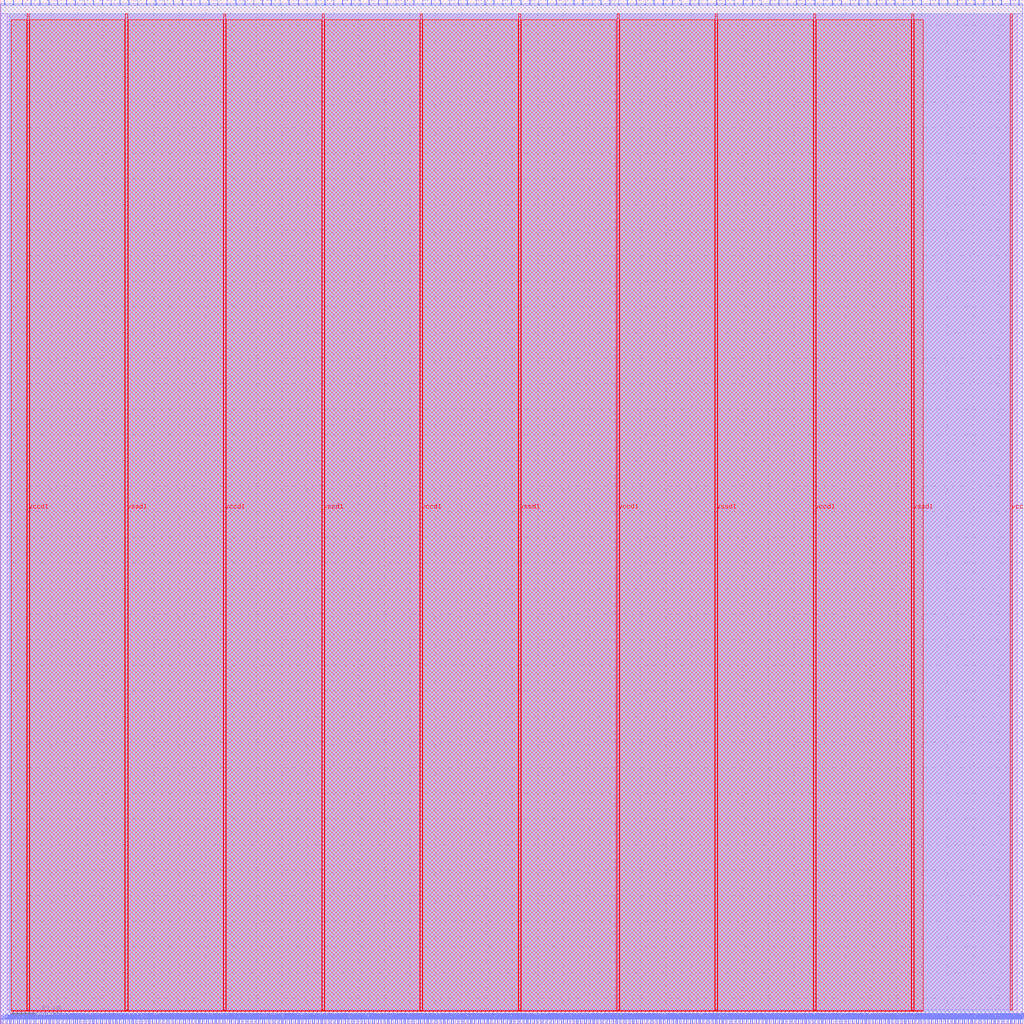
<source format=lef>
VERSION 5.7 ;
  NOWIREEXTENSIONATPIN ON ;
  DIVIDERCHAR "/" ;
  BUSBITCHARS "[]" ;
MACRO user_proj_example
  CLASS BLOCK ;
  FOREIGN user_proj_example ;
  ORIGIN 0.000 0.000 ;
  SIZE 800.000 BY 800.000 ;
  PIN io_in[0]
    DIRECTION INPUT ;
    USE SIGNAL ;
    PORT
      LAYER met2 ;
        RECT 3.310 796.000 3.590 800.000 ;
    END
  END io_in[0]
  PIN io_in[10]
    DIRECTION INPUT ;
    USE SIGNAL ;
    PORT
      LAYER met2 ;
        RECT 211.690 796.000 211.970 800.000 ;
    END
  END io_in[10]
  PIN io_in[11]
    DIRECTION INPUT ;
    USE SIGNAL ;
    PORT
      LAYER met2 ;
        RECT 232.850 796.000 233.130 800.000 ;
    END
  END io_in[11]
  PIN io_in[12]
    DIRECTION INPUT ;
    USE SIGNAL ;
    PORT
      LAYER met2 ;
        RECT 253.550 796.000 253.830 800.000 ;
    END
  END io_in[12]
  PIN io_in[13]
    DIRECTION INPUT ;
    USE SIGNAL ;
    PORT
      LAYER met2 ;
        RECT 274.250 796.000 274.530 800.000 ;
    END
  END io_in[13]
  PIN io_in[14]
    DIRECTION INPUT ;
    USE SIGNAL ;
    PORT
      LAYER met2 ;
        RECT 295.410 796.000 295.690 800.000 ;
    END
  END io_in[14]
  PIN io_in[15]
    DIRECTION INPUT ;
    USE SIGNAL ;
    PORT
      LAYER met2 ;
        RECT 316.110 796.000 316.390 800.000 ;
    END
  END io_in[15]
  PIN io_in[16]
    DIRECTION INPUT ;
    USE SIGNAL ;
    PORT
      LAYER met2 ;
        RECT 336.810 796.000 337.090 800.000 ;
    END
  END io_in[16]
  PIN io_in[17]
    DIRECTION INPUT ;
    USE SIGNAL ;
    PORT
      LAYER met2 ;
        RECT 357.970 796.000 358.250 800.000 ;
    END
  END io_in[17]
  PIN io_in[18]
    DIRECTION INPUT ;
    USE SIGNAL ;
    PORT
      LAYER met2 ;
        RECT 378.670 796.000 378.950 800.000 ;
    END
  END io_in[18]
  PIN io_in[19]
    DIRECTION INPUT ;
    USE SIGNAL ;
    PORT
      LAYER met2 ;
        RECT 399.370 796.000 399.650 800.000 ;
    END
  END io_in[19]
  PIN io_in[1]
    DIRECTION INPUT ;
    USE SIGNAL ;
    PORT
      LAYER met2 ;
        RECT 24.010 796.000 24.290 800.000 ;
    END
  END io_in[1]
  PIN io_in[20]
    DIRECTION INPUT ;
    USE SIGNAL ;
    PORT
      LAYER met2 ;
        RECT 420.530 796.000 420.810 800.000 ;
    END
  END io_in[20]
  PIN io_in[21]
    DIRECTION INPUT ;
    USE SIGNAL ;
    PORT
      LAYER met2 ;
        RECT 441.230 796.000 441.510 800.000 ;
    END
  END io_in[21]
  PIN io_in[22]
    DIRECTION INPUT ;
    USE SIGNAL ;
    PORT
      LAYER met2 ;
        RECT 462.390 796.000 462.670 800.000 ;
    END
  END io_in[22]
  PIN io_in[23]
    DIRECTION INPUT ;
    USE SIGNAL ;
    PORT
      LAYER met2 ;
        RECT 483.090 796.000 483.370 800.000 ;
    END
  END io_in[23]
  PIN io_in[24]
    DIRECTION INPUT ;
    USE SIGNAL ;
    PORT
      LAYER met2 ;
        RECT 503.790 796.000 504.070 800.000 ;
    END
  END io_in[24]
  PIN io_in[25]
    DIRECTION INPUT ;
    USE SIGNAL ;
    PORT
      LAYER met2 ;
        RECT 524.950 796.000 525.230 800.000 ;
    END
  END io_in[25]
  PIN io_in[26]
    DIRECTION INPUT ;
    USE SIGNAL ;
    PORT
      LAYER met2 ;
        RECT 545.650 796.000 545.930 800.000 ;
    END
  END io_in[26]
  PIN io_in[27]
    DIRECTION INPUT ;
    USE SIGNAL ;
    PORT
      LAYER met2 ;
        RECT 566.350 796.000 566.630 800.000 ;
    END
  END io_in[27]
  PIN io_in[28]
    DIRECTION INPUT ;
    USE SIGNAL ;
    PORT
      LAYER met2 ;
        RECT 587.510 796.000 587.790 800.000 ;
    END
  END io_in[28]
  PIN io_in[29]
    DIRECTION INPUT ;
    USE SIGNAL ;
    PORT
      LAYER met2 ;
        RECT 608.210 796.000 608.490 800.000 ;
    END
  END io_in[29]
  PIN io_in[2]
    DIRECTION INPUT ;
    USE SIGNAL ;
    PORT
      LAYER met2 ;
        RECT 44.710 796.000 44.990 800.000 ;
    END
  END io_in[2]
  PIN io_in[30]
    DIRECTION INPUT ;
    USE SIGNAL ;
    PORT
      LAYER met2 ;
        RECT 628.910 796.000 629.190 800.000 ;
    END
  END io_in[30]
  PIN io_in[31]
    DIRECTION INPUT ;
    USE SIGNAL ;
    PORT
      LAYER met2 ;
        RECT 650.070 796.000 650.350 800.000 ;
    END
  END io_in[31]
  PIN io_in[32]
    DIRECTION INPUT ;
    USE SIGNAL ;
    PORT
      LAYER met2 ;
        RECT 670.770 796.000 671.050 800.000 ;
    END
  END io_in[32]
  PIN io_in[33]
    DIRECTION INPUT ;
    USE SIGNAL ;
    PORT
      LAYER met2 ;
        RECT 691.930 796.000 692.210 800.000 ;
    END
  END io_in[33]
  PIN io_in[34]
    DIRECTION INPUT ;
    USE SIGNAL ;
    PORT
      LAYER met2 ;
        RECT 712.630 796.000 712.910 800.000 ;
    END
  END io_in[34]
  PIN io_in[35]
    DIRECTION INPUT ;
    USE SIGNAL ;
    PORT
      LAYER met2 ;
        RECT 733.330 796.000 733.610 800.000 ;
    END
  END io_in[35]
  PIN io_in[36]
    DIRECTION INPUT ;
    USE SIGNAL ;
    PORT
      LAYER met2 ;
        RECT 754.490 796.000 754.770 800.000 ;
    END
  END io_in[36]
  PIN io_in[37]
    DIRECTION INPUT ;
    USE SIGNAL ;
    PORT
      LAYER met2 ;
        RECT 775.190 796.000 775.470 800.000 ;
    END
  END io_in[37]
  PIN io_in[3]
    DIRECTION INPUT ;
    USE SIGNAL ;
    PORT
      LAYER met2 ;
        RECT 65.870 796.000 66.150 800.000 ;
    END
  END io_in[3]
  PIN io_in[4]
    DIRECTION INPUT ;
    USE SIGNAL ;
    PORT
      LAYER met2 ;
        RECT 86.570 796.000 86.850 800.000 ;
    END
  END io_in[4]
  PIN io_in[5]
    DIRECTION INPUT ;
    USE SIGNAL ;
    PORT
      LAYER met2 ;
        RECT 107.270 796.000 107.550 800.000 ;
    END
  END io_in[5]
  PIN io_in[6]
    DIRECTION INPUT ;
    USE SIGNAL ;
    PORT
      LAYER met2 ;
        RECT 128.430 796.000 128.710 800.000 ;
    END
  END io_in[6]
  PIN io_in[7]
    DIRECTION INPUT ;
    USE SIGNAL ;
    PORT
      LAYER met2 ;
        RECT 149.130 796.000 149.410 800.000 ;
    END
  END io_in[7]
  PIN io_in[8]
    DIRECTION INPUT ;
    USE SIGNAL ;
    PORT
      LAYER met2 ;
        RECT 169.830 796.000 170.110 800.000 ;
    END
  END io_in[8]
  PIN io_in[9]
    DIRECTION INPUT ;
    USE SIGNAL ;
    PORT
      LAYER met2 ;
        RECT 190.990 796.000 191.270 800.000 ;
    END
  END io_in[9]
  PIN io_oeb[0]
    DIRECTION OUTPUT TRISTATE ;
    USE SIGNAL ;
    PORT
      LAYER met2 ;
        RECT 10.210 796.000 10.490 800.000 ;
    END
  END io_oeb[0]
  PIN io_oeb[10]
    DIRECTION OUTPUT TRISTATE ;
    USE SIGNAL ;
    PORT
      LAYER met2 ;
        RECT 218.590 796.000 218.870 800.000 ;
    END
  END io_oeb[10]
  PIN io_oeb[11]
    DIRECTION OUTPUT TRISTATE ;
    USE SIGNAL ;
    PORT
      LAYER met2 ;
        RECT 239.750 796.000 240.030 800.000 ;
    END
  END io_oeb[11]
  PIN io_oeb[12]
    DIRECTION OUTPUT TRISTATE ;
    USE SIGNAL ;
    PORT
      LAYER met2 ;
        RECT 260.450 796.000 260.730 800.000 ;
    END
  END io_oeb[12]
  PIN io_oeb[13]
    DIRECTION OUTPUT TRISTATE ;
    USE SIGNAL ;
    PORT
      LAYER met2 ;
        RECT 281.150 796.000 281.430 800.000 ;
    END
  END io_oeb[13]
  PIN io_oeb[14]
    DIRECTION OUTPUT TRISTATE ;
    USE SIGNAL ;
    PORT
      LAYER met2 ;
        RECT 302.310 796.000 302.590 800.000 ;
    END
  END io_oeb[14]
  PIN io_oeb[15]
    DIRECTION OUTPUT TRISTATE ;
    USE SIGNAL ;
    PORT
      LAYER met2 ;
        RECT 323.010 796.000 323.290 800.000 ;
    END
  END io_oeb[15]
  PIN io_oeb[16]
    DIRECTION OUTPUT TRISTATE ;
    USE SIGNAL ;
    PORT
      LAYER met2 ;
        RECT 343.710 796.000 343.990 800.000 ;
    END
  END io_oeb[16]
  PIN io_oeb[17]
    DIRECTION OUTPUT TRISTATE ;
    USE SIGNAL ;
    PORT
      LAYER met2 ;
        RECT 364.870 796.000 365.150 800.000 ;
    END
  END io_oeb[17]
  PIN io_oeb[18]
    DIRECTION OUTPUT TRISTATE ;
    USE SIGNAL ;
    PORT
      LAYER met2 ;
        RECT 385.570 796.000 385.850 800.000 ;
    END
  END io_oeb[18]
  PIN io_oeb[19]
    DIRECTION OUTPUT TRISTATE ;
    USE SIGNAL ;
    PORT
      LAYER met2 ;
        RECT 406.730 796.000 407.010 800.000 ;
    END
  END io_oeb[19]
  PIN io_oeb[1]
    DIRECTION OUTPUT TRISTATE ;
    USE SIGNAL ;
    PORT
      LAYER met2 ;
        RECT 30.910 796.000 31.190 800.000 ;
    END
  END io_oeb[1]
  PIN io_oeb[20]
    DIRECTION OUTPUT TRISTATE ;
    USE SIGNAL ;
    PORT
      LAYER met2 ;
        RECT 427.430 796.000 427.710 800.000 ;
    END
  END io_oeb[20]
  PIN io_oeb[21]
    DIRECTION OUTPUT TRISTATE ;
    USE SIGNAL ;
    PORT
      LAYER met2 ;
        RECT 448.130 796.000 448.410 800.000 ;
    END
  END io_oeb[21]
  PIN io_oeb[22]
    DIRECTION OUTPUT TRISTATE ;
    USE SIGNAL ;
    PORT
      LAYER met2 ;
        RECT 469.290 796.000 469.570 800.000 ;
    END
  END io_oeb[22]
  PIN io_oeb[23]
    DIRECTION OUTPUT TRISTATE ;
    USE SIGNAL ;
    PORT
      LAYER met2 ;
        RECT 489.990 796.000 490.270 800.000 ;
    END
  END io_oeb[23]
  PIN io_oeb[24]
    DIRECTION OUTPUT TRISTATE ;
    USE SIGNAL ;
    PORT
      LAYER met2 ;
        RECT 510.690 796.000 510.970 800.000 ;
    END
  END io_oeb[24]
  PIN io_oeb[25]
    DIRECTION OUTPUT TRISTATE ;
    USE SIGNAL ;
    PORT
      LAYER met2 ;
        RECT 531.850 796.000 532.130 800.000 ;
    END
  END io_oeb[25]
  PIN io_oeb[26]
    DIRECTION OUTPUT TRISTATE ;
    USE SIGNAL ;
    PORT
      LAYER met2 ;
        RECT 552.550 796.000 552.830 800.000 ;
    END
  END io_oeb[26]
  PIN io_oeb[27]
    DIRECTION OUTPUT TRISTATE ;
    USE SIGNAL ;
    PORT
      LAYER met2 ;
        RECT 573.250 796.000 573.530 800.000 ;
    END
  END io_oeb[27]
  PIN io_oeb[28]
    DIRECTION OUTPUT TRISTATE ;
    USE SIGNAL ;
    PORT
      LAYER met2 ;
        RECT 594.410 796.000 594.690 800.000 ;
    END
  END io_oeb[28]
  PIN io_oeb[29]
    DIRECTION OUTPUT TRISTATE ;
    USE SIGNAL ;
    PORT
      LAYER met2 ;
        RECT 615.110 796.000 615.390 800.000 ;
    END
  END io_oeb[29]
  PIN io_oeb[2]
    DIRECTION OUTPUT TRISTATE ;
    USE SIGNAL ;
    PORT
      LAYER met2 ;
        RECT 51.610 796.000 51.890 800.000 ;
    END
  END io_oeb[2]
  PIN io_oeb[30]
    DIRECTION OUTPUT TRISTATE ;
    USE SIGNAL ;
    PORT
      LAYER met2 ;
        RECT 636.270 796.000 636.550 800.000 ;
    END
  END io_oeb[30]
  PIN io_oeb[31]
    DIRECTION OUTPUT TRISTATE ;
    USE SIGNAL ;
    PORT
      LAYER met2 ;
        RECT 656.970 796.000 657.250 800.000 ;
    END
  END io_oeb[31]
  PIN io_oeb[32]
    DIRECTION OUTPUT TRISTATE ;
    USE SIGNAL ;
    PORT
      LAYER met2 ;
        RECT 677.670 796.000 677.950 800.000 ;
    END
  END io_oeb[32]
  PIN io_oeb[33]
    DIRECTION OUTPUT TRISTATE ;
    USE SIGNAL ;
    PORT
      LAYER met2 ;
        RECT 698.830 796.000 699.110 800.000 ;
    END
  END io_oeb[33]
  PIN io_oeb[34]
    DIRECTION OUTPUT TRISTATE ;
    USE SIGNAL ;
    PORT
      LAYER met2 ;
        RECT 719.530 796.000 719.810 800.000 ;
    END
  END io_oeb[34]
  PIN io_oeb[35]
    DIRECTION OUTPUT TRISTATE ;
    USE SIGNAL ;
    PORT
      LAYER met2 ;
        RECT 740.230 796.000 740.510 800.000 ;
    END
  END io_oeb[35]
  PIN io_oeb[36]
    DIRECTION OUTPUT TRISTATE ;
    USE SIGNAL ;
    PORT
      LAYER met2 ;
        RECT 761.390 796.000 761.670 800.000 ;
    END
  END io_oeb[36]
  PIN io_oeb[37]
    DIRECTION OUTPUT TRISTATE ;
    USE SIGNAL ;
    PORT
      LAYER met2 ;
        RECT 782.090 796.000 782.370 800.000 ;
    END
  END io_oeb[37]
  PIN io_oeb[3]
    DIRECTION OUTPUT TRISTATE ;
    USE SIGNAL ;
    PORT
      LAYER met2 ;
        RECT 72.770 796.000 73.050 800.000 ;
    END
  END io_oeb[3]
  PIN io_oeb[4]
    DIRECTION OUTPUT TRISTATE ;
    USE SIGNAL ;
    PORT
      LAYER met2 ;
        RECT 93.470 796.000 93.750 800.000 ;
    END
  END io_oeb[4]
  PIN io_oeb[5]
    DIRECTION OUTPUT TRISTATE ;
    USE SIGNAL ;
    PORT
      LAYER met2 ;
        RECT 114.170 796.000 114.450 800.000 ;
    END
  END io_oeb[5]
  PIN io_oeb[6]
    DIRECTION OUTPUT TRISTATE ;
    USE SIGNAL ;
    PORT
      LAYER met2 ;
        RECT 135.330 796.000 135.610 800.000 ;
    END
  END io_oeb[6]
  PIN io_oeb[7]
    DIRECTION OUTPUT TRISTATE ;
    USE SIGNAL ;
    PORT
      LAYER met2 ;
        RECT 156.030 796.000 156.310 800.000 ;
    END
  END io_oeb[7]
  PIN io_oeb[8]
    DIRECTION OUTPUT TRISTATE ;
    USE SIGNAL ;
    PORT
      LAYER met2 ;
        RECT 177.190 796.000 177.470 800.000 ;
    END
  END io_oeb[8]
  PIN io_oeb[9]
    DIRECTION OUTPUT TRISTATE ;
    USE SIGNAL ;
    PORT
      LAYER met2 ;
        RECT 197.890 796.000 198.170 800.000 ;
    END
  END io_oeb[9]
  PIN io_out[0]
    DIRECTION OUTPUT TRISTATE ;
    USE SIGNAL ;
    PORT
      LAYER met2 ;
        RECT 17.110 796.000 17.390 800.000 ;
    END
  END io_out[0]
  PIN io_out[10]
    DIRECTION OUTPUT TRISTATE ;
    USE SIGNAL ;
    PORT
      LAYER met2 ;
        RECT 225.490 796.000 225.770 800.000 ;
    END
  END io_out[10]
  PIN io_out[11]
    DIRECTION OUTPUT TRISTATE ;
    USE SIGNAL ;
    PORT
      LAYER met2 ;
        RECT 246.650 796.000 246.930 800.000 ;
    END
  END io_out[11]
  PIN io_out[12]
    DIRECTION OUTPUT TRISTATE ;
    USE SIGNAL ;
    PORT
      LAYER met2 ;
        RECT 267.350 796.000 267.630 800.000 ;
    END
  END io_out[12]
  PIN io_out[13]
    DIRECTION OUTPUT TRISTATE ;
    USE SIGNAL ;
    PORT
      LAYER met2 ;
        RECT 288.050 796.000 288.330 800.000 ;
    END
  END io_out[13]
  PIN io_out[14]
    DIRECTION OUTPUT TRISTATE ;
    USE SIGNAL ;
    PORT
      LAYER met2 ;
        RECT 309.210 796.000 309.490 800.000 ;
    END
  END io_out[14]
  PIN io_out[15]
    DIRECTION OUTPUT TRISTATE ;
    USE SIGNAL ;
    PORT
      LAYER met2 ;
        RECT 329.910 796.000 330.190 800.000 ;
    END
  END io_out[15]
  PIN io_out[16]
    DIRECTION OUTPUT TRISTATE ;
    USE SIGNAL ;
    PORT
      LAYER met2 ;
        RECT 351.070 796.000 351.350 800.000 ;
    END
  END io_out[16]
  PIN io_out[17]
    DIRECTION OUTPUT TRISTATE ;
    USE SIGNAL ;
    PORT
      LAYER met2 ;
        RECT 371.770 796.000 372.050 800.000 ;
    END
  END io_out[17]
  PIN io_out[18]
    DIRECTION OUTPUT TRISTATE ;
    USE SIGNAL ;
    PORT
      LAYER met2 ;
        RECT 392.470 796.000 392.750 800.000 ;
    END
  END io_out[18]
  PIN io_out[19]
    DIRECTION OUTPUT TRISTATE ;
    USE SIGNAL ;
    PORT
      LAYER met2 ;
        RECT 413.630 796.000 413.910 800.000 ;
    END
  END io_out[19]
  PIN io_out[1]
    DIRECTION OUTPUT TRISTATE ;
    USE SIGNAL ;
    PORT
      LAYER met2 ;
        RECT 37.810 796.000 38.090 800.000 ;
    END
  END io_out[1]
  PIN io_out[20]
    DIRECTION OUTPUT TRISTATE ;
    USE SIGNAL ;
    PORT
      LAYER met2 ;
        RECT 434.330 796.000 434.610 800.000 ;
    END
  END io_out[20]
  PIN io_out[21]
    DIRECTION OUTPUT TRISTATE ;
    USE SIGNAL ;
    PORT
      LAYER met2 ;
        RECT 455.030 796.000 455.310 800.000 ;
    END
  END io_out[21]
  PIN io_out[22]
    DIRECTION OUTPUT TRISTATE ;
    USE SIGNAL ;
    PORT
      LAYER met2 ;
        RECT 476.190 796.000 476.470 800.000 ;
    END
  END io_out[22]
  PIN io_out[23]
    DIRECTION OUTPUT TRISTATE ;
    USE SIGNAL ;
    PORT
      LAYER met2 ;
        RECT 496.890 796.000 497.170 800.000 ;
    END
  END io_out[23]
  PIN io_out[24]
    DIRECTION OUTPUT TRISTATE ;
    USE SIGNAL ;
    PORT
      LAYER met2 ;
        RECT 518.050 796.000 518.330 800.000 ;
    END
  END io_out[24]
  PIN io_out[25]
    DIRECTION OUTPUT TRISTATE ;
    USE SIGNAL ;
    PORT
      LAYER met2 ;
        RECT 538.750 796.000 539.030 800.000 ;
    END
  END io_out[25]
  PIN io_out[26]
    DIRECTION OUTPUT TRISTATE ;
    USE SIGNAL ;
    PORT
      LAYER met2 ;
        RECT 559.450 796.000 559.730 800.000 ;
    END
  END io_out[26]
  PIN io_out[27]
    DIRECTION OUTPUT TRISTATE ;
    USE SIGNAL ;
    PORT
      LAYER met2 ;
        RECT 580.610 796.000 580.890 800.000 ;
    END
  END io_out[27]
  PIN io_out[28]
    DIRECTION OUTPUT TRISTATE ;
    USE SIGNAL ;
    PORT
      LAYER met2 ;
        RECT 601.310 796.000 601.590 800.000 ;
    END
  END io_out[28]
  PIN io_out[29]
    DIRECTION OUTPUT TRISTATE ;
    USE SIGNAL ;
    PORT
      LAYER met2 ;
        RECT 622.010 796.000 622.290 800.000 ;
    END
  END io_out[29]
  PIN io_out[2]
    DIRECTION OUTPUT TRISTATE ;
    USE SIGNAL ;
    PORT
      LAYER met2 ;
        RECT 58.510 796.000 58.790 800.000 ;
    END
  END io_out[2]
  PIN io_out[30]
    DIRECTION OUTPUT TRISTATE ;
    USE SIGNAL ;
    PORT
      LAYER met2 ;
        RECT 643.170 796.000 643.450 800.000 ;
    END
  END io_out[30]
  PIN io_out[31]
    DIRECTION OUTPUT TRISTATE ;
    USE SIGNAL ;
    PORT
      LAYER met2 ;
        RECT 663.870 796.000 664.150 800.000 ;
    END
  END io_out[31]
  PIN io_out[32]
    DIRECTION OUTPUT TRISTATE ;
    USE SIGNAL ;
    PORT
      LAYER met2 ;
        RECT 684.570 796.000 684.850 800.000 ;
    END
  END io_out[32]
  PIN io_out[33]
    DIRECTION OUTPUT TRISTATE ;
    USE SIGNAL ;
    PORT
      LAYER met2 ;
        RECT 705.730 796.000 706.010 800.000 ;
    END
  END io_out[33]
  PIN io_out[34]
    DIRECTION OUTPUT TRISTATE ;
    USE SIGNAL ;
    PORT
      LAYER met2 ;
        RECT 726.430 796.000 726.710 800.000 ;
    END
  END io_out[34]
  PIN io_out[35]
    DIRECTION OUTPUT TRISTATE ;
    USE SIGNAL ;
    PORT
      LAYER met2 ;
        RECT 747.590 796.000 747.870 800.000 ;
    END
  END io_out[35]
  PIN io_out[36]
    DIRECTION OUTPUT TRISTATE ;
    USE SIGNAL ;
    PORT
      LAYER met2 ;
        RECT 768.290 796.000 768.570 800.000 ;
    END
  END io_out[36]
  PIN io_out[37]
    DIRECTION OUTPUT TRISTATE ;
    USE SIGNAL ;
    PORT
      LAYER met2 ;
        RECT 788.990 796.000 789.270 800.000 ;
    END
  END io_out[37]
  PIN io_out[3]
    DIRECTION OUTPUT TRISTATE ;
    USE SIGNAL ;
    PORT
      LAYER met2 ;
        RECT 79.670 796.000 79.950 800.000 ;
    END
  END io_out[3]
  PIN io_out[4]
    DIRECTION OUTPUT TRISTATE ;
    USE SIGNAL ;
    PORT
      LAYER met2 ;
        RECT 100.370 796.000 100.650 800.000 ;
    END
  END io_out[4]
  PIN io_out[5]
    DIRECTION OUTPUT TRISTATE ;
    USE SIGNAL ;
    PORT
      LAYER met2 ;
        RECT 121.530 796.000 121.810 800.000 ;
    END
  END io_out[5]
  PIN io_out[6]
    DIRECTION OUTPUT TRISTATE ;
    USE SIGNAL ;
    PORT
      LAYER met2 ;
        RECT 142.230 796.000 142.510 800.000 ;
    END
  END io_out[6]
  PIN io_out[7]
    DIRECTION OUTPUT TRISTATE ;
    USE SIGNAL ;
    PORT
      LAYER met2 ;
        RECT 162.930 796.000 163.210 800.000 ;
    END
  END io_out[7]
  PIN io_out[8]
    DIRECTION OUTPUT TRISTATE ;
    USE SIGNAL ;
    PORT
      LAYER met2 ;
        RECT 184.090 796.000 184.370 800.000 ;
    END
  END io_out[8]
  PIN io_out[9]
    DIRECTION OUTPUT TRISTATE ;
    USE SIGNAL ;
    PORT
      LAYER met2 ;
        RECT 204.790 796.000 205.070 800.000 ;
    END
  END io_out[9]
  PIN irq[0]
    DIRECTION OUTPUT TRISTATE ;
    USE SIGNAL ;
    PORT
      LAYER met2 ;
        RECT 795.430 0.000 795.710 4.000 ;
    END
  END irq[0]
  PIN irq[1]
    DIRECTION OUTPUT TRISTATE ;
    USE SIGNAL ;
    PORT
      LAYER met2 ;
        RECT 796.810 0.000 797.090 4.000 ;
    END
  END irq[1]
  PIN irq[2]
    DIRECTION OUTPUT TRISTATE ;
    USE SIGNAL ;
    PORT
      LAYER met2 ;
        RECT 798.650 0.000 798.930 4.000 ;
    END
  END irq[2]
  PIN la_data_in[0]
    DIRECTION INPUT ;
    USE SIGNAL ;
    PORT
      LAYER met2 ;
        RECT 172.130 0.000 172.410 4.000 ;
    END
  END la_data_in[0]
  PIN la_data_in[100]
    DIRECTION INPUT ;
    USE SIGNAL ;
    PORT
      LAYER met2 ;
        RECT 659.270 0.000 659.550 4.000 ;
    END
  END la_data_in[100]
  PIN la_data_in[101]
    DIRECTION INPUT ;
    USE SIGNAL ;
    PORT
      LAYER met2 ;
        RECT 663.870 0.000 664.150 4.000 ;
    END
  END la_data_in[101]
  PIN la_data_in[102]
    DIRECTION INPUT ;
    USE SIGNAL ;
    PORT
      LAYER met2 ;
        RECT 668.930 0.000 669.210 4.000 ;
    END
  END la_data_in[102]
  PIN la_data_in[103]
    DIRECTION INPUT ;
    USE SIGNAL ;
    PORT
      LAYER met2 ;
        RECT 673.530 0.000 673.810 4.000 ;
    END
  END la_data_in[103]
  PIN la_data_in[104]
    DIRECTION INPUT ;
    USE SIGNAL ;
    PORT
      LAYER met2 ;
        RECT 678.590 0.000 678.870 4.000 ;
    END
  END la_data_in[104]
  PIN la_data_in[105]
    DIRECTION INPUT ;
    USE SIGNAL ;
    PORT
      LAYER met2 ;
        RECT 683.650 0.000 683.930 4.000 ;
    END
  END la_data_in[105]
  PIN la_data_in[106]
    DIRECTION INPUT ;
    USE SIGNAL ;
    PORT
      LAYER met2 ;
        RECT 688.250 0.000 688.530 4.000 ;
    END
  END la_data_in[106]
  PIN la_data_in[107]
    DIRECTION INPUT ;
    USE SIGNAL ;
    PORT
      LAYER met2 ;
        RECT 693.310 0.000 693.590 4.000 ;
    END
  END la_data_in[107]
  PIN la_data_in[108]
    DIRECTION INPUT ;
    USE SIGNAL ;
    PORT
      LAYER met2 ;
        RECT 697.910 0.000 698.190 4.000 ;
    END
  END la_data_in[108]
  PIN la_data_in[109]
    DIRECTION INPUT ;
    USE SIGNAL ;
    PORT
      LAYER met2 ;
        RECT 702.970 0.000 703.250 4.000 ;
    END
  END la_data_in[109]
  PIN la_data_in[10]
    DIRECTION INPUT ;
    USE SIGNAL ;
    PORT
      LAYER met2 ;
        RECT 220.890 0.000 221.170 4.000 ;
    END
  END la_data_in[10]
  PIN la_data_in[110]
    DIRECTION INPUT ;
    USE SIGNAL ;
    PORT
      LAYER met2 ;
        RECT 707.570 0.000 707.850 4.000 ;
    END
  END la_data_in[110]
  PIN la_data_in[111]
    DIRECTION INPUT ;
    USE SIGNAL ;
    PORT
      LAYER met2 ;
        RECT 712.630 0.000 712.910 4.000 ;
    END
  END la_data_in[111]
  PIN la_data_in[112]
    DIRECTION INPUT ;
    USE SIGNAL ;
    PORT
      LAYER met2 ;
        RECT 717.690 0.000 717.970 4.000 ;
    END
  END la_data_in[112]
  PIN la_data_in[113]
    DIRECTION INPUT ;
    USE SIGNAL ;
    PORT
      LAYER met2 ;
        RECT 722.290 0.000 722.570 4.000 ;
    END
  END la_data_in[113]
  PIN la_data_in[114]
    DIRECTION INPUT ;
    USE SIGNAL ;
    PORT
      LAYER met2 ;
        RECT 727.350 0.000 727.630 4.000 ;
    END
  END la_data_in[114]
  PIN la_data_in[115]
    DIRECTION INPUT ;
    USE SIGNAL ;
    PORT
      LAYER met2 ;
        RECT 731.950 0.000 732.230 4.000 ;
    END
  END la_data_in[115]
  PIN la_data_in[116]
    DIRECTION INPUT ;
    USE SIGNAL ;
    PORT
      LAYER met2 ;
        RECT 737.010 0.000 737.290 4.000 ;
    END
  END la_data_in[116]
  PIN la_data_in[117]
    DIRECTION INPUT ;
    USE SIGNAL ;
    PORT
      LAYER met2 ;
        RECT 742.070 0.000 742.350 4.000 ;
    END
  END la_data_in[117]
  PIN la_data_in[118]
    DIRECTION INPUT ;
    USE SIGNAL ;
    PORT
      LAYER met2 ;
        RECT 746.670 0.000 746.950 4.000 ;
    END
  END la_data_in[118]
  PIN la_data_in[119]
    DIRECTION INPUT ;
    USE SIGNAL ;
    PORT
      LAYER met2 ;
        RECT 751.730 0.000 752.010 4.000 ;
    END
  END la_data_in[119]
  PIN la_data_in[11]
    DIRECTION INPUT ;
    USE SIGNAL ;
    PORT
      LAYER met2 ;
        RECT 225.950 0.000 226.230 4.000 ;
    END
  END la_data_in[11]
  PIN la_data_in[120]
    DIRECTION INPUT ;
    USE SIGNAL ;
    PORT
      LAYER met2 ;
        RECT 756.330 0.000 756.610 4.000 ;
    END
  END la_data_in[120]
  PIN la_data_in[121]
    DIRECTION INPUT ;
    USE SIGNAL ;
    PORT
      LAYER met2 ;
        RECT 761.390 0.000 761.670 4.000 ;
    END
  END la_data_in[121]
  PIN la_data_in[122]
    DIRECTION INPUT ;
    USE SIGNAL ;
    PORT
      LAYER met2 ;
        RECT 765.990 0.000 766.270 4.000 ;
    END
  END la_data_in[122]
  PIN la_data_in[123]
    DIRECTION INPUT ;
    USE SIGNAL ;
    PORT
      LAYER met2 ;
        RECT 771.050 0.000 771.330 4.000 ;
    END
  END la_data_in[123]
  PIN la_data_in[124]
    DIRECTION INPUT ;
    USE SIGNAL ;
    PORT
      LAYER met2 ;
        RECT 776.110 0.000 776.390 4.000 ;
    END
  END la_data_in[124]
  PIN la_data_in[125]
    DIRECTION INPUT ;
    USE SIGNAL ;
    PORT
      LAYER met2 ;
        RECT 780.710 0.000 780.990 4.000 ;
    END
  END la_data_in[125]
  PIN la_data_in[126]
    DIRECTION INPUT ;
    USE SIGNAL ;
    PORT
      LAYER met2 ;
        RECT 785.770 0.000 786.050 4.000 ;
    END
  END la_data_in[126]
  PIN la_data_in[127]
    DIRECTION INPUT ;
    USE SIGNAL ;
    PORT
      LAYER met2 ;
        RECT 790.370 0.000 790.650 4.000 ;
    END
  END la_data_in[127]
  PIN la_data_in[12]
    DIRECTION INPUT ;
    USE SIGNAL ;
    PORT
      LAYER met2 ;
        RECT 230.550 0.000 230.830 4.000 ;
    END
  END la_data_in[12]
  PIN la_data_in[13]
    DIRECTION INPUT ;
    USE SIGNAL ;
    PORT
      LAYER met2 ;
        RECT 235.610 0.000 235.890 4.000 ;
    END
  END la_data_in[13]
  PIN la_data_in[14]
    DIRECTION INPUT ;
    USE SIGNAL ;
    PORT
      LAYER met2 ;
        RECT 240.670 0.000 240.950 4.000 ;
    END
  END la_data_in[14]
  PIN la_data_in[15]
    DIRECTION INPUT ;
    USE SIGNAL ;
    PORT
      LAYER met2 ;
        RECT 245.270 0.000 245.550 4.000 ;
    END
  END la_data_in[15]
  PIN la_data_in[16]
    DIRECTION INPUT ;
    USE SIGNAL ;
    PORT
      LAYER met2 ;
        RECT 250.330 0.000 250.610 4.000 ;
    END
  END la_data_in[16]
  PIN la_data_in[17]
    DIRECTION INPUT ;
    USE SIGNAL ;
    PORT
      LAYER met2 ;
        RECT 254.930 0.000 255.210 4.000 ;
    END
  END la_data_in[17]
  PIN la_data_in[18]
    DIRECTION INPUT ;
    USE SIGNAL ;
    PORT
      LAYER met2 ;
        RECT 259.990 0.000 260.270 4.000 ;
    END
  END la_data_in[18]
  PIN la_data_in[19]
    DIRECTION INPUT ;
    USE SIGNAL ;
    PORT
      LAYER met2 ;
        RECT 264.590 0.000 264.870 4.000 ;
    END
  END la_data_in[19]
  PIN la_data_in[1]
    DIRECTION INPUT ;
    USE SIGNAL ;
    PORT
      LAYER met2 ;
        RECT 177.190 0.000 177.470 4.000 ;
    END
  END la_data_in[1]
  PIN la_data_in[20]
    DIRECTION INPUT ;
    USE SIGNAL ;
    PORT
      LAYER met2 ;
        RECT 269.650 0.000 269.930 4.000 ;
    END
  END la_data_in[20]
  PIN la_data_in[21]
    DIRECTION INPUT ;
    USE SIGNAL ;
    PORT
      LAYER met2 ;
        RECT 274.710 0.000 274.990 4.000 ;
    END
  END la_data_in[21]
  PIN la_data_in[22]
    DIRECTION INPUT ;
    USE SIGNAL ;
    PORT
      LAYER met2 ;
        RECT 279.310 0.000 279.590 4.000 ;
    END
  END la_data_in[22]
  PIN la_data_in[23]
    DIRECTION INPUT ;
    USE SIGNAL ;
    PORT
      LAYER met2 ;
        RECT 284.370 0.000 284.650 4.000 ;
    END
  END la_data_in[23]
  PIN la_data_in[24]
    DIRECTION INPUT ;
    USE SIGNAL ;
    PORT
      LAYER met2 ;
        RECT 288.970 0.000 289.250 4.000 ;
    END
  END la_data_in[24]
  PIN la_data_in[25]
    DIRECTION INPUT ;
    USE SIGNAL ;
    PORT
      LAYER met2 ;
        RECT 294.030 0.000 294.310 4.000 ;
    END
  END la_data_in[25]
  PIN la_data_in[26]
    DIRECTION INPUT ;
    USE SIGNAL ;
    PORT
      LAYER met2 ;
        RECT 299.090 0.000 299.370 4.000 ;
    END
  END la_data_in[26]
  PIN la_data_in[27]
    DIRECTION INPUT ;
    USE SIGNAL ;
    PORT
      LAYER met2 ;
        RECT 303.690 0.000 303.970 4.000 ;
    END
  END la_data_in[27]
  PIN la_data_in[28]
    DIRECTION INPUT ;
    USE SIGNAL ;
    PORT
      LAYER met2 ;
        RECT 308.750 0.000 309.030 4.000 ;
    END
  END la_data_in[28]
  PIN la_data_in[29]
    DIRECTION INPUT ;
    USE SIGNAL ;
    PORT
      LAYER met2 ;
        RECT 313.350 0.000 313.630 4.000 ;
    END
  END la_data_in[29]
  PIN la_data_in[2]
    DIRECTION INPUT ;
    USE SIGNAL ;
    PORT
      LAYER met2 ;
        RECT 182.250 0.000 182.530 4.000 ;
    END
  END la_data_in[2]
  PIN la_data_in[30]
    DIRECTION INPUT ;
    USE SIGNAL ;
    PORT
      LAYER met2 ;
        RECT 318.410 0.000 318.690 4.000 ;
    END
  END la_data_in[30]
  PIN la_data_in[31]
    DIRECTION INPUT ;
    USE SIGNAL ;
    PORT
      LAYER met2 ;
        RECT 323.010 0.000 323.290 4.000 ;
    END
  END la_data_in[31]
  PIN la_data_in[32]
    DIRECTION INPUT ;
    USE SIGNAL ;
    PORT
      LAYER met2 ;
        RECT 328.070 0.000 328.350 4.000 ;
    END
  END la_data_in[32]
  PIN la_data_in[33]
    DIRECTION INPUT ;
    USE SIGNAL ;
    PORT
      LAYER met2 ;
        RECT 333.130 0.000 333.410 4.000 ;
    END
  END la_data_in[33]
  PIN la_data_in[34]
    DIRECTION INPUT ;
    USE SIGNAL ;
    PORT
      LAYER met2 ;
        RECT 337.730 0.000 338.010 4.000 ;
    END
  END la_data_in[34]
  PIN la_data_in[35]
    DIRECTION INPUT ;
    USE SIGNAL ;
    PORT
      LAYER met2 ;
        RECT 342.790 0.000 343.070 4.000 ;
    END
  END la_data_in[35]
  PIN la_data_in[36]
    DIRECTION INPUT ;
    USE SIGNAL ;
    PORT
      LAYER met2 ;
        RECT 347.390 0.000 347.670 4.000 ;
    END
  END la_data_in[36]
  PIN la_data_in[37]
    DIRECTION INPUT ;
    USE SIGNAL ;
    PORT
      LAYER met2 ;
        RECT 352.450 0.000 352.730 4.000 ;
    END
  END la_data_in[37]
  PIN la_data_in[38]
    DIRECTION INPUT ;
    USE SIGNAL ;
    PORT
      LAYER met2 ;
        RECT 357.510 0.000 357.790 4.000 ;
    END
  END la_data_in[38]
  PIN la_data_in[39]
    DIRECTION INPUT ;
    USE SIGNAL ;
    PORT
      LAYER met2 ;
        RECT 362.110 0.000 362.390 4.000 ;
    END
  END la_data_in[39]
  PIN la_data_in[3]
    DIRECTION INPUT ;
    USE SIGNAL ;
    PORT
      LAYER met2 ;
        RECT 186.850 0.000 187.130 4.000 ;
    END
  END la_data_in[3]
  PIN la_data_in[40]
    DIRECTION INPUT ;
    USE SIGNAL ;
    PORT
      LAYER met2 ;
        RECT 367.170 0.000 367.450 4.000 ;
    END
  END la_data_in[40]
  PIN la_data_in[41]
    DIRECTION INPUT ;
    USE SIGNAL ;
    PORT
      LAYER met2 ;
        RECT 371.770 0.000 372.050 4.000 ;
    END
  END la_data_in[41]
  PIN la_data_in[42]
    DIRECTION INPUT ;
    USE SIGNAL ;
    PORT
      LAYER met2 ;
        RECT 376.830 0.000 377.110 4.000 ;
    END
  END la_data_in[42]
  PIN la_data_in[43]
    DIRECTION INPUT ;
    USE SIGNAL ;
    PORT
      LAYER met2 ;
        RECT 381.430 0.000 381.710 4.000 ;
    END
  END la_data_in[43]
  PIN la_data_in[44]
    DIRECTION INPUT ;
    USE SIGNAL ;
    PORT
      LAYER met2 ;
        RECT 386.490 0.000 386.770 4.000 ;
    END
  END la_data_in[44]
  PIN la_data_in[45]
    DIRECTION INPUT ;
    USE SIGNAL ;
    PORT
      LAYER met2 ;
        RECT 391.550 0.000 391.830 4.000 ;
    END
  END la_data_in[45]
  PIN la_data_in[46]
    DIRECTION INPUT ;
    USE SIGNAL ;
    PORT
      LAYER met2 ;
        RECT 396.150 0.000 396.430 4.000 ;
    END
  END la_data_in[46]
  PIN la_data_in[47]
    DIRECTION INPUT ;
    USE SIGNAL ;
    PORT
      LAYER met2 ;
        RECT 401.210 0.000 401.490 4.000 ;
    END
  END la_data_in[47]
  PIN la_data_in[48]
    DIRECTION INPUT ;
    USE SIGNAL ;
    PORT
      LAYER met2 ;
        RECT 405.810 0.000 406.090 4.000 ;
    END
  END la_data_in[48]
  PIN la_data_in[49]
    DIRECTION INPUT ;
    USE SIGNAL ;
    PORT
      LAYER met2 ;
        RECT 410.870 0.000 411.150 4.000 ;
    END
  END la_data_in[49]
  PIN la_data_in[4]
    DIRECTION INPUT ;
    USE SIGNAL ;
    PORT
      LAYER met2 ;
        RECT 191.910 0.000 192.190 4.000 ;
    END
  END la_data_in[4]
  PIN la_data_in[50]
    DIRECTION INPUT ;
    USE SIGNAL ;
    PORT
      LAYER met2 ;
        RECT 415.930 0.000 416.210 4.000 ;
    END
  END la_data_in[50]
  PIN la_data_in[51]
    DIRECTION INPUT ;
    USE SIGNAL ;
    PORT
      LAYER met2 ;
        RECT 420.530 0.000 420.810 4.000 ;
    END
  END la_data_in[51]
  PIN la_data_in[52]
    DIRECTION INPUT ;
    USE SIGNAL ;
    PORT
      LAYER met2 ;
        RECT 425.590 0.000 425.870 4.000 ;
    END
  END la_data_in[52]
  PIN la_data_in[53]
    DIRECTION INPUT ;
    USE SIGNAL ;
    PORT
      LAYER met2 ;
        RECT 430.190 0.000 430.470 4.000 ;
    END
  END la_data_in[53]
  PIN la_data_in[54]
    DIRECTION INPUT ;
    USE SIGNAL ;
    PORT
      LAYER met2 ;
        RECT 435.250 0.000 435.530 4.000 ;
    END
  END la_data_in[54]
  PIN la_data_in[55]
    DIRECTION INPUT ;
    USE SIGNAL ;
    PORT
      LAYER met2 ;
        RECT 439.850 0.000 440.130 4.000 ;
    END
  END la_data_in[55]
  PIN la_data_in[56]
    DIRECTION INPUT ;
    USE SIGNAL ;
    PORT
      LAYER met2 ;
        RECT 444.910 0.000 445.190 4.000 ;
    END
  END la_data_in[56]
  PIN la_data_in[57]
    DIRECTION INPUT ;
    USE SIGNAL ;
    PORT
      LAYER met2 ;
        RECT 449.970 0.000 450.250 4.000 ;
    END
  END la_data_in[57]
  PIN la_data_in[58]
    DIRECTION INPUT ;
    USE SIGNAL ;
    PORT
      LAYER met2 ;
        RECT 454.570 0.000 454.850 4.000 ;
    END
  END la_data_in[58]
  PIN la_data_in[59]
    DIRECTION INPUT ;
    USE SIGNAL ;
    PORT
      LAYER met2 ;
        RECT 459.630 0.000 459.910 4.000 ;
    END
  END la_data_in[59]
  PIN la_data_in[5]
    DIRECTION INPUT ;
    USE SIGNAL ;
    PORT
      LAYER met2 ;
        RECT 196.510 0.000 196.790 4.000 ;
    END
  END la_data_in[5]
  PIN la_data_in[60]
    DIRECTION INPUT ;
    USE SIGNAL ;
    PORT
      LAYER met2 ;
        RECT 464.230 0.000 464.510 4.000 ;
    END
  END la_data_in[60]
  PIN la_data_in[61]
    DIRECTION INPUT ;
    USE SIGNAL ;
    PORT
      LAYER met2 ;
        RECT 469.290 0.000 469.570 4.000 ;
    END
  END la_data_in[61]
  PIN la_data_in[62]
    DIRECTION INPUT ;
    USE SIGNAL ;
    PORT
      LAYER met2 ;
        RECT 473.890 0.000 474.170 4.000 ;
    END
  END la_data_in[62]
  PIN la_data_in[63]
    DIRECTION INPUT ;
    USE SIGNAL ;
    PORT
      LAYER met2 ;
        RECT 478.950 0.000 479.230 4.000 ;
    END
  END la_data_in[63]
  PIN la_data_in[64]
    DIRECTION INPUT ;
    USE SIGNAL ;
    PORT
      LAYER met2 ;
        RECT 484.010 0.000 484.290 4.000 ;
    END
  END la_data_in[64]
  PIN la_data_in[65]
    DIRECTION INPUT ;
    USE SIGNAL ;
    PORT
      LAYER met2 ;
        RECT 488.610 0.000 488.890 4.000 ;
    END
  END la_data_in[65]
  PIN la_data_in[66]
    DIRECTION INPUT ;
    USE SIGNAL ;
    PORT
      LAYER met2 ;
        RECT 493.670 0.000 493.950 4.000 ;
    END
  END la_data_in[66]
  PIN la_data_in[67]
    DIRECTION INPUT ;
    USE SIGNAL ;
    PORT
      LAYER met2 ;
        RECT 498.270 0.000 498.550 4.000 ;
    END
  END la_data_in[67]
  PIN la_data_in[68]
    DIRECTION INPUT ;
    USE SIGNAL ;
    PORT
      LAYER met2 ;
        RECT 503.330 0.000 503.610 4.000 ;
    END
  END la_data_in[68]
  PIN la_data_in[69]
    DIRECTION INPUT ;
    USE SIGNAL ;
    PORT
      LAYER met2 ;
        RECT 508.390 0.000 508.670 4.000 ;
    END
  END la_data_in[69]
  PIN la_data_in[6]
    DIRECTION INPUT ;
    USE SIGNAL ;
    PORT
      LAYER met2 ;
        RECT 201.570 0.000 201.850 4.000 ;
    END
  END la_data_in[6]
  PIN la_data_in[70]
    DIRECTION INPUT ;
    USE SIGNAL ;
    PORT
      LAYER met2 ;
        RECT 512.990 0.000 513.270 4.000 ;
    END
  END la_data_in[70]
  PIN la_data_in[71]
    DIRECTION INPUT ;
    USE SIGNAL ;
    PORT
      LAYER met2 ;
        RECT 518.050 0.000 518.330 4.000 ;
    END
  END la_data_in[71]
  PIN la_data_in[72]
    DIRECTION INPUT ;
    USE SIGNAL ;
    PORT
      LAYER met2 ;
        RECT 522.650 0.000 522.930 4.000 ;
    END
  END la_data_in[72]
  PIN la_data_in[73]
    DIRECTION INPUT ;
    USE SIGNAL ;
    PORT
      LAYER met2 ;
        RECT 527.710 0.000 527.990 4.000 ;
    END
  END la_data_in[73]
  PIN la_data_in[74]
    DIRECTION INPUT ;
    USE SIGNAL ;
    PORT
      LAYER met2 ;
        RECT 532.310 0.000 532.590 4.000 ;
    END
  END la_data_in[74]
  PIN la_data_in[75]
    DIRECTION INPUT ;
    USE SIGNAL ;
    PORT
      LAYER met2 ;
        RECT 537.370 0.000 537.650 4.000 ;
    END
  END la_data_in[75]
  PIN la_data_in[76]
    DIRECTION INPUT ;
    USE SIGNAL ;
    PORT
      LAYER met2 ;
        RECT 542.430 0.000 542.710 4.000 ;
    END
  END la_data_in[76]
  PIN la_data_in[77]
    DIRECTION INPUT ;
    USE SIGNAL ;
    PORT
      LAYER met2 ;
        RECT 547.030 0.000 547.310 4.000 ;
    END
  END la_data_in[77]
  PIN la_data_in[78]
    DIRECTION INPUT ;
    USE SIGNAL ;
    PORT
      LAYER met2 ;
        RECT 552.090 0.000 552.370 4.000 ;
    END
  END la_data_in[78]
  PIN la_data_in[79]
    DIRECTION INPUT ;
    USE SIGNAL ;
    PORT
      LAYER met2 ;
        RECT 556.690 0.000 556.970 4.000 ;
    END
  END la_data_in[79]
  PIN la_data_in[7]
    DIRECTION INPUT ;
    USE SIGNAL ;
    PORT
      LAYER met2 ;
        RECT 206.170 0.000 206.450 4.000 ;
    END
  END la_data_in[7]
  PIN la_data_in[80]
    DIRECTION INPUT ;
    USE SIGNAL ;
    PORT
      LAYER met2 ;
        RECT 561.750 0.000 562.030 4.000 ;
    END
  END la_data_in[80]
  PIN la_data_in[81]
    DIRECTION INPUT ;
    USE SIGNAL ;
    PORT
      LAYER met2 ;
        RECT 566.810 0.000 567.090 4.000 ;
    END
  END la_data_in[81]
  PIN la_data_in[82]
    DIRECTION INPUT ;
    USE SIGNAL ;
    PORT
      LAYER met2 ;
        RECT 571.410 0.000 571.690 4.000 ;
    END
  END la_data_in[82]
  PIN la_data_in[83]
    DIRECTION INPUT ;
    USE SIGNAL ;
    PORT
      LAYER met2 ;
        RECT 576.470 0.000 576.750 4.000 ;
    END
  END la_data_in[83]
  PIN la_data_in[84]
    DIRECTION INPUT ;
    USE SIGNAL ;
    PORT
      LAYER met2 ;
        RECT 581.070 0.000 581.350 4.000 ;
    END
  END la_data_in[84]
  PIN la_data_in[85]
    DIRECTION INPUT ;
    USE SIGNAL ;
    PORT
      LAYER met2 ;
        RECT 586.130 0.000 586.410 4.000 ;
    END
  END la_data_in[85]
  PIN la_data_in[86]
    DIRECTION INPUT ;
    USE SIGNAL ;
    PORT
      LAYER met2 ;
        RECT 590.730 0.000 591.010 4.000 ;
    END
  END la_data_in[86]
  PIN la_data_in[87]
    DIRECTION INPUT ;
    USE SIGNAL ;
    PORT
      LAYER met2 ;
        RECT 595.790 0.000 596.070 4.000 ;
    END
  END la_data_in[87]
  PIN la_data_in[88]
    DIRECTION INPUT ;
    USE SIGNAL ;
    PORT
      LAYER met2 ;
        RECT 600.850 0.000 601.130 4.000 ;
    END
  END la_data_in[88]
  PIN la_data_in[89]
    DIRECTION INPUT ;
    USE SIGNAL ;
    PORT
      LAYER met2 ;
        RECT 605.450 0.000 605.730 4.000 ;
    END
  END la_data_in[89]
  PIN la_data_in[8]
    DIRECTION INPUT ;
    USE SIGNAL ;
    PORT
      LAYER met2 ;
        RECT 211.230 0.000 211.510 4.000 ;
    END
  END la_data_in[8]
  PIN la_data_in[90]
    DIRECTION INPUT ;
    USE SIGNAL ;
    PORT
      LAYER met2 ;
        RECT 610.510 0.000 610.790 4.000 ;
    END
  END la_data_in[90]
  PIN la_data_in[91]
    DIRECTION INPUT ;
    USE SIGNAL ;
    PORT
      LAYER met2 ;
        RECT 615.110 0.000 615.390 4.000 ;
    END
  END la_data_in[91]
  PIN la_data_in[92]
    DIRECTION INPUT ;
    USE SIGNAL ;
    PORT
      LAYER met2 ;
        RECT 620.170 0.000 620.450 4.000 ;
    END
  END la_data_in[92]
  PIN la_data_in[93]
    DIRECTION INPUT ;
    USE SIGNAL ;
    PORT
      LAYER met2 ;
        RECT 625.230 0.000 625.510 4.000 ;
    END
  END la_data_in[93]
  PIN la_data_in[94]
    DIRECTION INPUT ;
    USE SIGNAL ;
    PORT
      LAYER met2 ;
        RECT 629.830 0.000 630.110 4.000 ;
    END
  END la_data_in[94]
  PIN la_data_in[95]
    DIRECTION INPUT ;
    USE SIGNAL ;
    PORT
      LAYER met2 ;
        RECT 634.890 0.000 635.170 4.000 ;
    END
  END la_data_in[95]
  PIN la_data_in[96]
    DIRECTION INPUT ;
    USE SIGNAL ;
    PORT
      LAYER met2 ;
        RECT 639.490 0.000 639.770 4.000 ;
    END
  END la_data_in[96]
  PIN la_data_in[97]
    DIRECTION INPUT ;
    USE SIGNAL ;
    PORT
      LAYER met2 ;
        RECT 644.550 0.000 644.830 4.000 ;
    END
  END la_data_in[97]
  PIN la_data_in[98]
    DIRECTION INPUT ;
    USE SIGNAL ;
    PORT
      LAYER met2 ;
        RECT 649.150 0.000 649.430 4.000 ;
    END
  END la_data_in[98]
  PIN la_data_in[99]
    DIRECTION INPUT ;
    USE SIGNAL ;
    PORT
      LAYER met2 ;
        RECT 654.210 0.000 654.490 4.000 ;
    END
  END la_data_in[99]
  PIN la_data_in[9]
    DIRECTION INPUT ;
    USE SIGNAL ;
    PORT
      LAYER met2 ;
        RECT 216.290 0.000 216.570 4.000 ;
    END
  END la_data_in[9]
  PIN la_data_out[0]
    DIRECTION OUTPUT TRISTATE ;
    USE SIGNAL ;
    PORT
      LAYER met2 ;
        RECT 173.970 0.000 174.250 4.000 ;
    END
  END la_data_out[0]
  PIN la_data_out[100]
    DIRECTION OUTPUT TRISTATE ;
    USE SIGNAL ;
    PORT
      LAYER met2 ;
        RECT 660.650 0.000 660.930 4.000 ;
    END
  END la_data_out[100]
  PIN la_data_out[101]
    DIRECTION OUTPUT TRISTATE ;
    USE SIGNAL ;
    PORT
      LAYER met2 ;
        RECT 665.710 0.000 665.990 4.000 ;
    END
  END la_data_out[101]
  PIN la_data_out[102]
    DIRECTION OUTPUT TRISTATE ;
    USE SIGNAL ;
    PORT
      LAYER met2 ;
        RECT 670.310 0.000 670.590 4.000 ;
    END
  END la_data_out[102]
  PIN la_data_out[103]
    DIRECTION OUTPUT TRISTATE ;
    USE SIGNAL ;
    PORT
      LAYER met2 ;
        RECT 675.370 0.000 675.650 4.000 ;
    END
  END la_data_out[103]
  PIN la_data_out[104]
    DIRECTION OUTPUT TRISTATE ;
    USE SIGNAL ;
    PORT
      LAYER met2 ;
        RECT 679.970 0.000 680.250 4.000 ;
    END
  END la_data_out[104]
  PIN la_data_out[105]
    DIRECTION OUTPUT TRISTATE ;
    USE SIGNAL ;
    PORT
      LAYER met2 ;
        RECT 685.030 0.000 685.310 4.000 ;
    END
  END la_data_out[105]
  PIN la_data_out[106]
    DIRECTION OUTPUT TRISTATE ;
    USE SIGNAL ;
    PORT
      LAYER met2 ;
        RECT 690.090 0.000 690.370 4.000 ;
    END
  END la_data_out[106]
  PIN la_data_out[107]
    DIRECTION OUTPUT TRISTATE ;
    USE SIGNAL ;
    PORT
      LAYER met2 ;
        RECT 694.690 0.000 694.970 4.000 ;
    END
  END la_data_out[107]
  PIN la_data_out[108]
    DIRECTION OUTPUT TRISTATE ;
    USE SIGNAL ;
    PORT
      LAYER met2 ;
        RECT 699.750 0.000 700.030 4.000 ;
    END
  END la_data_out[108]
  PIN la_data_out[109]
    DIRECTION OUTPUT TRISTATE ;
    USE SIGNAL ;
    PORT
      LAYER met2 ;
        RECT 704.350 0.000 704.630 4.000 ;
    END
  END la_data_out[109]
  PIN la_data_out[10]
    DIRECTION OUTPUT TRISTATE ;
    USE SIGNAL ;
    PORT
      LAYER met2 ;
        RECT 222.730 0.000 223.010 4.000 ;
    END
  END la_data_out[10]
  PIN la_data_out[110]
    DIRECTION OUTPUT TRISTATE ;
    USE SIGNAL ;
    PORT
      LAYER met2 ;
        RECT 709.410 0.000 709.690 4.000 ;
    END
  END la_data_out[110]
  PIN la_data_out[111]
    DIRECTION OUTPUT TRISTATE ;
    USE SIGNAL ;
    PORT
      LAYER met2 ;
        RECT 714.470 0.000 714.750 4.000 ;
    END
  END la_data_out[111]
  PIN la_data_out[112]
    DIRECTION OUTPUT TRISTATE ;
    USE SIGNAL ;
    PORT
      LAYER met2 ;
        RECT 719.070 0.000 719.350 4.000 ;
    END
  END la_data_out[112]
  PIN la_data_out[113]
    DIRECTION OUTPUT TRISTATE ;
    USE SIGNAL ;
    PORT
      LAYER met2 ;
        RECT 724.130 0.000 724.410 4.000 ;
    END
  END la_data_out[113]
  PIN la_data_out[114]
    DIRECTION OUTPUT TRISTATE ;
    USE SIGNAL ;
    PORT
      LAYER met2 ;
        RECT 728.730 0.000 729.010 4.000 ;
    END
  END la_data_out[114]
  PIN la_data_out[115]
    DIRECTION OUTPUT TRISTATE ;
    USE SIGNAL ;
    PORT
      LAYER met2 ;
        RECT 733.790 0.000 734.070 4.000 ;
    END
  END la_data_out[115]
  PIN la_data_out[116]
    DIRECTION OUTPUT TRISTATE ;
    USE SIGNAL ;
    PORT
      LAYER met2 ;
        RECT 738.390 0.000 738.670 4.000 ;
    END
  END la_data_out[116]
  PIN la_data_out[117]
    DIRECTION OUTPUT TRISTATE ;
    USE SIGNAL ;
    PORT
      LAYER met2 ;
        RECT 743.450 0.000 743.730 4.000 ;
    END
  END la_data_out[117]
  PIN la_data_out[118]
    DIRECTION OUTPUT TRISTATE ;
    USE SIGNAL ;
    PORT
      LAYER met2 ;
        RECT 748.510 0.000 748.790 4.000 ;
    END
  END la_data_out[118]
  PIN la_data_out[119]
    DIRECTION OUTPUT TRISTATE ;
    USE SIGNAL ;
    PORT
      LAYER met2 ;
        RECT 753.110 0.000 753.390 4.000 ;
    END
  END la_data_out[119]
  PIN la_data_out[11]
    DIRECTION OUTPUT TRISTATE ;
    USE SIGNAL ;
    PORT
      LAYER met2 ;
        RECT 227.330 0.000 227.610 4.000 ;
    END
  END la_data_out[11]
  PIN la_data_out[120]
    DIRECTION OUTPUT TRISTATE ;
    USE SIGNAL ;
    PORT
      LAYER met2 ;
        RECT 758.170 0.000 758.450 4.000 ;
    END
  END la_data_out[120]
  PIN la_data_out[121]
    DIRECTION OUTPUT TRISTATE ;
    USE SIGNAL ;
    PORT
      LAYER met2 ;
        RECT 762.770 0.000 763.050 4.000 ;
    END
  END la_data_out[121]
  PIN la_data_out[122]
    DIRECTION OUTPUT TRISTATE ;
    USE SIGNAL ;
    PORT
      LAYER met2 ;
        RECT 767.830 0.000 768.110 4.000 ;
    END
  END la_data_out[122]
  PIN la_data_out[123]
    DIRECTION OUTPUT TRISTATE ;
    USE SIGNAL ;
    PORT
      LAYER met2 ;
        RECT 772.890 0.000 773.170 4.000 ;
    END
  END la_data_out[123]
  PIN la_data_out[124]
    DIRECTION OUTPUT TRISTATE ;
    USE SIGNAL ;
    PORT
      LAYER met2 ;
        RECT 777.490 0.000 777.770 4.000 ;
    END
  END la_data_out[124]
  PIN la_data_out[125]
    DIRECTION OUTPUT TRISTATE ;
    USE SIGNAL ;
    PORT
      LAYER met2 ;
        RECT 782.550 0.000 782.830 4.000 ;
    END
  END la_data_out[125]
  PIN la_data_out[126]
    DIRECTION OUTPUT TRISTATE ;
    USE SIGNAL ;
    PORT
      LAYER met2 ;
        RECT 787.150 0.000 787.430 4.000 ;
    END
  END la_data_out[126]
  PIN la_data_out[127]
    DIRECTION OUTPUT TRISTATE ;
    USE SIGNAL ;
    PORT
      LAYER met2 ;
        RECT 792.210 0.000 792.490 4.000 ;
    END
  END la_data_out[127]
  PIN la_data_out[12]
    DIRECTION OUTPUT TRISTATE ;
    USE SIGNAL ;
    PORT
      LAYER met2 ;
        RECT 232.390 0.000 232.670 4.000 ;
    END
  END la_data_out[12]
  PIN la_data_out[13]
    DIRECTION OUTPUT TRISTATE ;
    USE SIGNAL ;
    PORT
      LAYER met2 ;
        RECT 236.990 0.000 237.270 4.000 ;
    END
  END la_data_out[13]
  PIN la_data_out[14]
    DIRECTION OUTPUT TRISTATE ;
    USE SIGNAL ;
    PORT
      LAYER met2 ;
        RECT 242.050 0.000 242.330 4.000 ;
    END
  END la_data_out[14]
  PIN la_data_out[15]
    DIRECTION OUTPUT TRISTATE ;
    USE SIGNAL ;
    PORT
      LAYER met2 ;
        RECT 247.110 0.000 247.390 4.000 ;
    END
  END la_data_out[15]
  PIN la_data_out[16]
    DIRECTION OUTPUT TRISTATE ;
    USE SIGNAL ;
    PORT
      LAYER met2 ;
        RECT 251.710 0.000 251.990 4.000 ;
    END
  END la_data_out[16]
  PIN la_data_out[17]
    DIRECTION OUTPUT TRISTATE ;
    USE SIGNAL ;
    PORT
      LAYER met2 ;
        RECT 256.770 0.000 257.050 4.000 ;
    END
  END la_data_out[17]
  PIN la_data_out[18]
    DIRECTION OUTPUT TRISTATE ;
    USE SIGNAL ;
    PORT
      LAYER met2 ;
        RECT 261.370 0.000 261.650 4.000 ;
    END
  END la_data_out[18]
  PIN la_data_out[19]
    DIRECTION OUTPUT TRISTATE ;
    USE SIGNAL ;
    PORT
      LAYER met2 ;
        RECT 266.430 0.000 266.710 4.000 ;
    END
  END la_data_out[19]
  PIN la_data_out[1]
    DIRECTION OUTPUT TRISTATE ;
    USE SIGNAL ;
    PORT
      LAYER met2 ;
        RECT 179.030 0.000 179.310 4.000 ;
    END
  END la_data_out[1]
  PIN la_data_out[20]
    DIRECTION OUTPUT TRISTATE ;
    USE SIGNAL ;
    PORT
      LAYER met2 ;
        RECT 271.490 0.000 271.770 4.000 ;
    END
  END la_data_out[20]
  PIN la_data_out[21]
    DIRECTION OUTPUT TRISTATE ;
    USE SIGNAL ;
    PORT
      LAYER met2 ;
        RECT 276.090 0.000 276.370 4.000 ;
    END
  END la_data_out[21]
  PIN la_data_out[22]
    DIRECTION OUTPUT TRISTATE ;
    USE SIGNAL ;
    PORT
      LAYER met2 ;
        RECT 281.150 0.000 281.430 4.000 ;
    END
  END la_data_out[22]
  PIN la_data_out[23]
    DIRECTION OUTPUT TRISTATE ;
    USE SIGNAL ;
    PORT
      LAYER met2 ;
        RECT 285.750 0.000 286.030 4.000 ;
    END
  END la_data_out[23]
  PIN la_data_out[24]
    DIRECTION OUTPUT TRISTATE ;
    USE SIGNAL ;
    PORT
      LAYER met2 ;
        RECT 290.810 0.000 291.090 4.000 ;
    END
  END la_data_out[24]
  PIN la_data_out[25]
    DIRECTION OUTPUT TRISTATE ;
    USE SIGNAL ;
    PORT
      LAYER met2 ;
        RECT 295.410 0.000 295.690 4.000 ;
    END
  END la_data_out[25]
  PIN la_data_out[26]
    DIRECTION OUTPUT TRISTATE ;
    USE SIGNAL ;
    PORT
      LAYER met2 ;
        RECT 300.470 0.000 300.750 4.000 ;
    END
  END la_data_out[26]
  PIN la_data_out[27]
    DIRECTION OUTPUT TRISTATE ;
    USE SIGNAL ;
    PORT
      LAYER met2 ;
        RECT 305.530 0.000 305.810 4.000 ;
    END
  END la_data_out[27]
  PIN la_data_out[28]
    DIRECTION OUTPUT TRISTATE ;
    USE SIGNAL ;
    PORT
      LAYER met2 ;
        RECT 310.130 0.000 310.410 4.000 ;
    END
  END la_data_out[28]
  PIN la_data_out[29]
    DIRECTION OUTPUT TRISTATE ;
    USE SIGNAL ;
    PORT
      LAYER met2 ;
        RECT 315.190 0.000 315.470 4.000 ;
    END
  END la_data_out[29]
  PIN la_data_out[2]
    DIRECTION OUTPUT TRISTATE ;
    USE SIGNAL ;
    PORT
      LAYER met2 ;
        RECT 183.630 0.000 183.910 4.000 ;
    END
  END la_data_out[2]
  PIN la_data_out[30]
    DIRECTION OUTPUT TRISTATE ;
    USE SIGNAL ;
    PORT
      LAYER met2 ;
        RECT 319.790 0.000 320.070 4.000 ;
    END
  END la_data_out[30]
  PIN la_data_out[31]
    DIRECTION OUTPUT TRISTATE ;
    USE SIGNAL ;
    PORT
      LAYER met2 ;
        RECT 324.850 0.000 325.130 4.000 ;
    END
  END la_data_out[31]
  PIN la_data_out[32]
    DIRECTION OUTPUT TRISTATE ;
    USE SIGNAL ;
    PORT
      LAYER met2 ;
        RECT 329.910 0.000 330.190 4.000 ;
    END
  END la_data_out[32]
  PIN la_data_out[33]
    DIRECTION OUTPUT TRISTATE ;
    USE SIGNAL ;
    PORT
      LAYER met2 ;
        RECT 334.510 0.000 334.790 4.000 ;
    END
  END la_data_out[33]
  PIN la_data_out[34]
    DIRECTION OUTPUT TRISTATE ;
    USE SIGNAL ;
    PORT
      LAYER met2 ;
        RECT 339.570 0.000 339.850 4.000 ;
    END
  END la_data_out[34]
  PIN la_data_out[35]
    DIRECTION OUTPUT TRISTATE ;
    USE SIGNAL ;
    PORT
      LAYER met2 ;
        RECT 344.170 0.000 344.450 4.000 ;
    END
  END la_data_out[35]
  PIN la_data_out[36]
    DIRECTION OUTPUT TRISTATE ;
    USE SIGNAL ;
    PORT
      LAYER met2 ;
        RECT 349.230 0.000 349.510 4.000 ;
    END
  END la_data_out[36]
  PIN la_data_out[37]
    DIRECTION OUTPUT TRISTATE ;
    USE SIGNAL ;
    PORT
      LAYER met2 ;
        RECT 353.830 0.000 354.110 4.000 ;
    END
  END la_data_out[37]
  PIN la_data_out[38]
    DIRECTION OUTPUT TRISTATE ;
    USE SIGNAL ;
    PORT
      LAYER met2 ;
        RECT 358.890 0.000 359.170 4.000 ;
    END
  END la_data_out[38]
  PIN la_data_out[39]
    DIRECTION OUTPUT TRISTATE ;
    USE SIGNAL ;
    PORT
      LAYER met2 ;
        RECT 363.950 0.000 364.230 4.000 ;
    END
  END la_data_out[39]
  PIN la_data_out[3]
    DIRECTION OUTPUT TRISTATE ;
    USE SIGNAL ;
    PORT
      LAYER met2 ;
        RECT 188.690 0.000 188.970 4.000 ;
    END
  END la_data_out[3]
  PIN la_data_out[40]
    DIRECTION OUTPUT TRISTATE ;
    USE SIGNAL ;
    PORT
      LAYER met2 ;
        RECT 368.550 0.000 368.830 4.000 ;
    END
  END la_data_out[40]
  PIN la_data_out[41]
    DIRECTION OUTPUT TRISTATE ;
    USE SIGNAL ;
    PORT
      LAYER met2 ;
        RECT 373.610 0.000 373.890 4.000 ;
    END
  END la_data_out[41]
  PIN la_data_out[42]
    DIRECTION OUTPUT TRISTATE ;
    USE SIGNAL ;
    PORT
      LAYER met2 ;
        RECT 378.210 0.000 378.490 4.000 ;
    END
  END la_data_out[42]
  PIN la_data_out[43]
    DIRECTION OUTPUT TRISTATE ;
    USE SIGNAL ;
    PORT
      LAYER met2 ;
        RECT 383.270 0.000 383.550 4.000 ;
    END
  END la_data_out[43]
  PIN la_data_out[44]
    DIRECTION OUTPUT TRISTATE ;
    USE SIGNAL ;
    PORT
      LAYER met2 ;
        RECT 388.330 0.000 388.610 4.000 ;
    END
  END la_data_out[44]
  PIN la_data_out[45]
    DIRECTION OUTPUT TRISTATE ;
    USE SIGNAL ;
    PORT
      LAYER met2 ;
        RECT 392.930 0.000 393.210 4.000 ;
    END
  END la_data_out[45]
  PIN la_data_out[46]
    DIRECTION OUTPUT TRISTATE ;
    USE SIGNAL ;
    PORT
      LAYER met2 ;
        RECT 397.990 0.000 398.270 4.000 ;
    END
  END la_data_out[46]
  PIN la_data_out[47]
    DIRECTION OUTPUT TRISTATE ;
    USE SIGNAL ;
    PORT
      LAYER met2 ;
        RECT 402.590 0.000 402.870 4.000 ;
    END
  END la_data_out[47]
  PIN la_data_out[48]
    DIRECTION OUTPUT TRISTATE ;
    USE SIGNAL ;
    PORT
      LAYER met2 ;
        RECT 407.650 0.000 407.930 4.000 ;
    END
  END la_data_out[48]
  PIN la_data_out[49]
    DIRECTION OUTPUT TRISTATE ;
    USE SIGNAL ;
    PORT
      LAYER met2 ;
        RECT 412.250 0.000 412.530 4.000 ;
    END
  END la_data_out[49]
  PIN la_data_out[4]
    DIRECTION OUTPUT TRISTATE ;
    USE SIGNAL ;
    PORT
      LAYER met2 ;
        RECT 193.290 0.000 193.570 4.000 ;
    END
  END la_data_out[4]
  PIN la_data_out[50]
    DIRECTION OUTPUT TRISTATE ;
    USE SIGNAL ;
    PORT
      LAYER met2 ;
        RECT 417.310 0.000 417.590 4.000 ;
    END
  END la_data_out[50]
  PIN la_data_out[51]
    DIRECTION OUTPUT TRISTATE ;
    USE SIGNAL ;
    PORT
      LAYER met2 ;
        RECT 422.370 0.000 422.650 4.000 ;
    END
  END la_data_out[51]
  PIN la_data_out[52]
    DIRECTION OUTPUT TRISTATE ;
    USE SIGNAL ;
    PORT
      LAYER met2 ;
        RECT 426.970 0.000 427.250 4.000 ;
    END
  END la_data_out[52]
  PIN la_data_out[53]
    DIRECTION OUTPUT TRISTATE ;
    USE SIGNAL ;
    PORT
      LAYER met2 ;
        RECT 432.030 0.000 432.310 4.000 ;
    END
  END la_data_out[53]
  PIN la_data_out[54]
    DIRECTION OUTPUT TRISTATE ;
    USE SIGNAL ;
    PORT
      LAYER met2 ;
        RECT 436.630 0.000 436.910 4.000 ;
    END
  END la_data_out[54]
  PIN la_data_out[55]
    DIRECTION OUTPUT TRISTATE ;
    USE SIGNAL ;
    PORT
      LAYER met2 ;
        RECT 441.690 0.000 441.970 4.000 ;
    END
  END la_data_out[55]
  PIN la_data_out[56]
    DIRECTION OUTPUT TRISTATE ;
    USE SIGNAL ;
    PORT
      LAYER met2 ;
        RECT 446.750 0.000 447.030 4.000 ;
    END
  END la_data_out[56]
  PIN la_data_out[57]
    DIRECTION OUTPUT TRISTATE ;
    USE SIGNAL ;
    PORT
      LAYER met2 ;
        RECT 451.350 0.000 451.630 4.000 ;
    END
  END la_data_out[57]
  PIN la_data_out[58]
    DIRECTION OUTPUT TRISTATE ;
    USE SIGNAL ;
    PORT
      LAYER met2 ;
        RECT 456.410 0.000 456.690 4.000 ;
    END
  END la_data_out[58]
  PIN la_data_out[59]
    DIRECTION OUTPUT TRISTATE ;
    USE SIGNAL ;
    PORT
      LAYER met2 ;
        RECT 461.010 0.000 461.290 4.000 ;
    END
  END la_data_out[59]
  PIN la_data_out[5]
    DIRECTION OUTPUT TRISTATE ;
    USE SIGNAL ;
    PORT
      LAYER met2 ;
        RECT 198.350 0.000 198.630 4.000 ;
    END
  END la_data_out[5]
  PIN la_data_out[60]
    DIRECTION OUTPUT TRISTATE ;
    USE SIGNAL ;
    PORT
      LAYER met2 ;
        RECT 466.070 0.000 466.350 4.000 ;
    END
  END la_data_out[60]
  PIN la_data_out[61]
    DIRECTION OUTPUT TRISTATE ;
    USE SIGNAL ;
    PORT
      LAYER met2 ;
        RECT 470.670 0.000 470.950 4.000 ;
    END
  END la_data_out[61]
  PIN la_data_out[62]
    DIRECTION OUTPUT TRISTATE ;
    USE SIGNAL ;
    PORT
      LAYER met2 ;
        RECT 475.730 0.000 476.010 4.000 ;
    END
  END la_data_out[62]
  PIN la_data_out[63]
    DIRECTION OUTPUT TRISTATE ;
    USE SIGNAL ;
    PORT
      LAYER met2 ;
        RECT 480.790 0.000 481.070 4.000 ;
    END
  END la_data_out[63]
  PIN la_data_out[64]
    DIRECTION OUTPUT TRISTATE ;
    USE SIGNAL ;
    PORT
      LAYER met2 ;
        RECT 485.390 0.000 485.670 4.000 ;
    END
  END la_data_out[64]
  PIN la_data_out[65]
    DIRECTION OUTPUT TRISTATE ;
    USE SIGNAL ;
    PORT
      LAYER met2 ;
        RECT 490.450 0.000 490.730 4.000 ;
    END
  END la_data_out[65]
  PIN la_data_out[66]
    DIRECTION OUTPUT TRISTATE ;
    USE SIGNAL ;
    PORT
      LAYER met2 ;
        RECT 495.050 0.000 495.330 4.000 ;
    END
  END la_data_out[66]
  PIN la_data_out[67]
    DIRECTION OUTPUT TRISTATE ;
    USE SIGNAL ;
    PORT
      LAYER met2 ;
        RECT 500.110 0.000 500.390 4.000 ;
    END
  END la_data_out[67]
  PIN la_data_out[68]
    DIRECTION OUTPUT TRISTATE ;
    USE SIGNAL ;
    PORT
      LAYER met2 ;
        RECT 505.170 0.000 505.450 4.000 ;
    END
  END la_data_out[68]
  PIN la_data_out[69]
    DIRECTION OUTPUT TRISTATE ;
    USE SIGNAL ;
    PORT
      LAYER met2 ;
        RECT 509.770 0.000 510.050 4.000 ;
    END
  END la_data_out[69]
  PIN la_data_out[6]
    DIRECTION OUTPUT TRISTATE ;
    USE SIGNAL ;
    PORT
      LAYER met2 ;
        RECT 202.950 0.000 203.230 4.000 ;
    END
  END la_data_out[6]
  PIN la_data_out[70]
    DIRECTION OUTPUT TRISTATE ;
    USE SIGNAL ;
    PORT
      LAYER met2 ;
        RECT 514.830 0.000 515.110 4.000 ;
    END
  END la_data_out[70]
  PIN la_data_out[71]
    DIRECTION OUTPUT TRISTATE ;
    USE SIGNAL ;
    PORT
      LAYER met2 ;
        RECT 519.430 0.000 519.710 4.000 ;
    END
  END la_data_out[71]
  PIN la_data_out[72]
    DIRECTION OUTPUT TRISTATE ;
    USE SIGNAL ;
    PORT
      LAYER met2 ;
        RECT 524.490 0.000 524.770 4.000 ;
    END
  END la_data_out[72]
  PIN la_data_out[73]
    DIRECTION OUTPUT TRISTATE ;
    USE SIGNAL ;
    PORT
      LAYER met2 ;
        RECT 529.090 0.000 529.370 4.000 ;
    END
  END la_data_out[73]
  PIN la_data_out[74]
    DIRECTION OUTPUT TRISTATE ;
    USE SIGNAL ;
    PORT
      LAYER met2 ;
        RECT 534.150 0.000 534.430 4.000 ;
    END
  END la_data_out[74]
  PIN la_data_out[75]
    DIRECTION OUTPUT TRISTATE ;
    USE SIGNAL ;
    PORT
      LAYER met2 ;
        RECT 539.210 0.000 539.490 4.000 ;
    END
  END la_data_out[75]
  PIN la_data_out[76]
    DIRECTION OUTPUT TRISTATE ;
    USE SIGNAL ;
    PORT
      LAYER met2 ;
        RECT 543.810 0.000 544.090 4.000 ;
    END
  END la_data_out[76]
  PIN la_data_out[77]
    DIRECTION OUTPUT TRISTATE ;
    USE SIGNAL ;
    PORT
      LAYER met2 ;
        RECT 548.870 0.000 549.150 4.000 ;
    END
  END la_data_out[77]
  PIN la_data_out[78]
    DIRECTION OUTPUT TRISTATE ;
    USE SIGNAL ;
    PORT
      LAYER met2 ;
        RECT 553.470 0.000 553.750 4.000 ;
    END
  END la_data_out[78]
  PIN la_data_out[79]
    DIRECTION OUTPUT TRISTATE ;
    USE SIGNAL ;
    PORT
      LAYER met2 ;
        RECT 558.530 0.000 558.810 4.000 ;
    END
  END la_data_out[79]
  PIN la_data_out[7]
    DIRECTION OUTPUT TRISTATE ;
    USE SIGNAL ;
    PORT
      LAYER met2 ;
        RECT 208.010 0.000 208.290 4.000 ;
    END
  END la_data_out[7]
  PIN la_data_out[80]
    DIRECTION OUTPUT TRISTATE ;
    USE SIGNAL ;
    PORT
      LAYER met2 ;
        RECT 563.590 0.000 563.870 4.000 ;
    END
  END la_data_out[80]
  PIN la_data_out[81]
    DIRECTION OUTPUT TRISTATE ;
    USE SIGNAL ;
    PORT
      LAYER met2 ;
        RECT 568.190 0.000 568.470 4.000 ;
    END
  END la_data_out[81]
  PIN la_data_out[82]
    DIRECTION OUTPUT TRISTATE ;
    USE SIGNAL ;
    PORT
      LAYER met2 ;
        RECT 573.250 0.000 573.530 4.000 ;
    END
  END la_data_out[82]
  PIN la_data_out[83]
    DIRECTION OUTPUT TRISTATE ;
    USE SIGNAL ;
    PORT
      LAYER met2 ;
        RECT 577.850 0.000 578.130 4.000 ;
    END
  END la_data_out[83]
  PIN la_data_out[84]
    DIRECTION OUTPUT TRISTATE ;
    USE SIGNAL ;
    PORT
      LAYER met2 ;
        RECT 582.910 0.000 583.190 4.000 ;
    END
  END la_data_out[84]
  PIN la_data_out[85]
    DIRECTION OUTPUT TRISTATE ;
    USE SIGNAL ;
    PORT
      LAYER met2 ;
        RECT 587.510 0.000 587.790 4.000 ;
    END
  END la_data_out[85]
  PIN la_data_out[86]
    DIRECTION OUTPUT TRISTATE ;
    USE SIGNAL ;
    PORT
      LAYER met2 ;
        RECT 592.570 0.000 592.850 4.000 ;
    END
  END la_data_out[86]
  PIN la_data_out[87]
    DIRECTION OUTPUT TRISTATE ;
    USE SIGNAL ;
    PORT
      LAYER met2 ;
        RECT 597.630 0.000 597.910 4.000 ;
    END
  END la_data_out[87]
  PIN la_data_out[88]
    DIRECTION OUTPUT TRISTATE ;
    USE SIGNAL ;
    PORT
      LAYER met2 ;
        RECT 602.230 0.000 602.510 4.000 ;
    END
  END la_data_out[88]
  PIN la_data_out[89]
    DIRECTION OUTPUT TRISTATE ;
    USE SIGNAL ;
    PORT
      LAYER met2 ;
        RECT 607.290 0.000 607.570 4.000 ;
    END
  END la_data_out[89]
  PIN la_data_out[8]
    DIRECTION OUTPUT TRISTATE ;
    USE SIGNAL ;
    PORT
      LAYER met2 ;
        RECT 213.070 0.000 213.350 4.000 ;
    END
  END la_data_out[8]
  PIN la_data_out[90]
    DIRECTION OUTPUT TRISTATE ;
    USE SIGNAL ;
    PORT
      LAYER met2 ;
        RECT 611.890 0.000 612.170 4.000 ;
    END
  END la_data_out[90]
  PIN la_data_out[91]
    DIRECTION OUTPUT TRISTATE ;
    USE SIGNAL ;
    PORT
      LAYER met2 ;
        RECT 616.950 0.000 617.230 4.000 ;
    END
  END la_data_out[91]
  PIN la_data_out[92]
    DIRECTION OUTPUT TRISTATE ;
    USE SIGNAL ;
    PORT
      LAYER met2 ;
        RECT 621.550 0.000 621.830 4.000 ;
    END
  END la_data_out[92]
  PIN la_data_out[93]
    DIRECTION OUTPUT TRISTATE ;
    USE SIGNAL ;
    PORT
      LAYER met2 ;
        RECT 626.610 0.000 626.890 4.000 ;
    END
  END la_data_out[93]
  PIN la_data_out[94]
    DIRECTION OUTPUT TRISTATE ;
    USE SIGNAL ;
    PORT
      LAYER met2 ;
        RECT 631.670 0.000 631.950 4.000 ;
    END
  END la_data_out[94]
  PIN la_data_out[95]
    DIRECTION OUTPUT TRISTATE ;
    USE SIGNAL ;
    PORT
      LAYER met2 ;
        RECT 636.270 0.000 636.550 4.000 ;
    END
  END la_data_out[95]
  PIN la_data_out[96]
    DIRECTION OUTPUT TRISTATE ;
    USE SIGNAL ;
    PORT
      LAYER met2 ;
        RECT 641.330 0.000 641.610 4.000 ;
    END
  END la_data_out[96]
  PIN la_data_out[97]
    DIRECTION OUTPUT TRISTATE ;
    USE SIGNAL ;
    PORT
      LAYER met2 ;
        RECT 645.930 0.000 646.210 4.000 ;
    END
  END la_data_out[97]
  PIN la_data_out[98]
    DIRECTION OUTPUT TRISTATE ;
    USE SIGNAL ;
    PORT
      LAYER met2 ;
        RECT 650.990 0.000 651.270 4.000 ;
    END
  END la_data_out[98]
  PIN la_data_out[99]
    DIRECTION OUTPUT TRISTATE ;
    USE SIGNAL ;
    PORT
      LAYER met2 ;
        RECT 656.050 0.000 656.330 4.000 ;
    END
  END la_data_out[99]
  PIN la_data_out[9]
    DIRECTION OUTPUT TRISTATE ;
    USE SIGNAL ;
    PORT
      LAYER met2 ;
        RECT 217.670 0.000 217.950 4.000 ;
    END
  END la_data_out[9]
  PIN la_oenb[0]
    DIRECTION INPUT ;
    USE SIGNAL ;
    PORT
      LAYER met2 ;
        RECT 175.350 0.000 175.630 4.000 ;
    END
  END la_oenb[0]
  PIN la_oenb[100]
    DIRECTION INPUT ;
    USE SIGNAL ;
    PORT
      LAYER met2 ;
        RECT 662.490 0.000 662.770 4.000 ;
    END
  END la_oenb[100]
  PIN la_oenb[101]
    DIRECTION INPUT ;
    USE SIGNAL ;
    PORT
      LAYER met2 ;
        RECT 667.090 0.000 667.370 4.000 ;
    END
  END la_oenb[101]
  PIN la_oenb[102]
    DIRECTION INPUT ;
    USE SIGNAL ;
    PORT
      LAYER met2 ;
        RECT 672.150 0.000 672.430 4.000 ;
    END
  END la_oenb[102]
  PIN la_oenb[103]
    DIRECTION INPUT ;
    USE SIGNAL ;
    PORT
      LAYER met2 ;
        RECT 676.750 0.000 677.030 4.000 ;
    END
  END la_oenb[103]
  PIN la_oenb[104]
    DIRECTION INPUT ;
    USE SIGNAL ;
    PORT
      LAYER met2 ;
        RECT 681.810 0.000 682.090 4.000 ;
    END
  END la_oenb[104]
  PIN la_oenb[105]
    DIRECTION INPUT ;
    USE SIGNAL ;
    PORT
      LAYER met2 ;
        RECT 686.870 0.000 687.150 4.000 ;
    END
  END la_oenb[105]
  PIN la_oenb[106]
    DIRECTION INPUT ;
    USE SIGNAL ;
    PORT
      LAYER met2 ;
        RECT 691.470 0.000 691.750 4.000 ;
    END
  END la_oenb[106]
  PIN la_oenb[107]
    DIRECTION INPUT ;
    USE SIGNAL ;
    PORT
      LAYER met2 ;
        RECT 696.530 0.000 696.810 4.000 ;
    END
  END la_oenb[107]
  PIN la_oenb[108]
    DIRECTION INPUT ;
    USE SIGNAL ;
    PORT
      LAYER met2 ;
        RECT 701.130 0.000 701.410 4.000 ;
    END
  END la_oenb[108]
  PIN la_oenb[109]
    DIRECTION INPUT ;
    USE SIGNAL ;
    PORT
      LAYER met2 ;
        RECT 706.190 0.000 706.470 4.000 ;
    END
  END la_oenb[109]
  PIN la_oenb[10]
    DIRECTION INPUT ;
    USE SIGNAL ;
    PORT
      LAYER met2 ;
        RECT 224.110 0.000 224.390 4.000 ;
    END
  END la_oenb[10]
  PIN la_oenb[110]
    DIRECTION INPUT ;
    USE SIGNAL ;
    PORT
      LAYER met2 ;
        RECT 710.790 0.000 711.070 4.000 ;
    END
  END la_oenb[110]
  PIN la_oenb[111]
    DIRECTION INPUT ;
    USE SIGNAL ;
    PORT
      LAYER met2 ;
        RECT 715.850 0.000 716.130 4.000 ;
    END
  END la_oenb[111]
  PIN la_oenb[112]
    DIRECTION INPUT ;
    USE SIGNAL ;
    PORT
      LAYER met2 ;
        RECT 720.910 0.000 721.190 4.000 ;
    END
  END la_oenb[112]
  PIN la_oenb[113]
    DIRECTION INPUT ;
    USE SIGNAL ;
    PORT
      LAYER met2 ;
        RECT 725.510 0.000 725.790 4.000 ;
    END
  END la_oenb[113]
  PIN la_oenb[114]
    DIRECTION INPUT ;
    USE SIGNAL ;
    PORT
      LAYER met2 ;
        RECT 730.570 0.000 730.850 4.000 ;
    END
  END la_oenb[114]
  PIN la_oenb[115]
    DIRECTION INPUT ;
    USE SIGNAL ;
    PORT
      LAYER met2 ;
        RECT 735.170 0.000 735.450 4.000 ;
    END
  END la_oenb[115]
  PIN la_oenb[116]
    DIRECTION INPUT ;
    USE SIGNAL ;
    PORT
      LAYER met2 ;
        RECT 740.230 0.000 740.510 4.000 ;
    END
  END la_oenb[116]
  PIN la_oenb[117]
    DIRECTION INPUT ;
    USE SIGNAL ;
    PORT
      LAYER met2 ;
        RECT 745.290 0.000 745.570 4.000 ;
    END
  END la_oenb[117]
  PIN la_oenb[118]
    DIRECTION INPUT ;
    USE SIGNAL ;
    PORT
      LAYER met2 ;
        RECT 749.890 0.000 750.170 4.000 ;
    END
  END la_oenb[118]
  PIN la_oenb[119]
    DIRECTION INPUT ;
    USE SIGNAL ;
    PORT
      LAYER met2 ;
        RECT 754.950 0.000 755.230 4.000 ;
    END
  END la_oenb[119]
  PIN la_oenb[11]
    DIRECTION INPUT ;
    USE SIGNAL ;
    PORT
      LAYER met2 ;
        RECT 229.170 0.000 229.450 4.000 ;
    END
  END la_oenb[11]
  PIN la_oenb[120]
    DIRECTION INPUT ;
    USE SIGNAL ;
    PORT
      LAYER met2 ;
        RECT 759.550 0.000 759.830 4.000 ;
    END
  END la_oenb[120]
  PIN la_oenb[121]
    DIRECTION INPUT ;
    USE SIGNAL ;
    PORT
      LAYER met2 ;
        RECT 764.610 0.000 764.890 4.000 ;
    END
  END la_oenb[121]
  PIN la_oenb[122]
    DIRECTION INPUT ;
    USE SIGNAL ;
    PORT
      LAYER met2 ;
        RECT 769.210 0.000 769.490 4.000 ;
    END
  END la_oenb[122]
  PIN la_oenb[123]
    DIRECTION INPUT ;
    USE SIGNAL ;
    PORT
      LAYER met2 ;
        RECT 774.270 0.000 774.550 4.000 ;
    END
  END la_oenb[123]
  PIN la_oenb[124]
    DIRECTION INPUT ;
    USE SIGNAL ;
    PORT
      LAYER met2 ;
        RECT 779.330 0.000 779.610 4.000 ;
    END
  END la_oenb[124]
  PIN la_oenb[125]
    DIRECTION INPUT ;
    USE SIGNAL ;
    PORT
      LAYER met2 ;
        RECT 783.930 0.000 784.210 4.000 ;
    END
  END la_oenb[125]
  PIN la_oenb[126]
    DIRECTION INPUT ;
    USE SIGNAL ;
    PORT
      LAYER met2 ;
        RECT 788.990 0.000 789.270 4.000 ;
    END
  END la_oenb[126]
  PIN la_oenb[127]
    DIRECTION INPUT ;
    USE SIGNAL ;
    PORT
      LAYER met2 ;
        RECT 793.590 0.000 793.870 4.000 ;
    END
  END la_oenb[127]
  PIN la_oenb[12]
    DIRECTION INPUT ;
    USE SIGNAL ;
    PORT
      LAYER met2 ;
        RECT 233.770 0.000 234.050 4.000 ;
    END
  END la_oenb[12]
  PIN la_oenb[13]
    DIRECTION INPUT ;
    USE SIGNAL ;
    PORT
      LAYER met2 ;
        RECT 238.830 0.000 239.110 4.000 ;
    END
  END la_oenb[13]
  PIN la_oenb[14]
    DIRECTION INPUT ;
    USE SIGNAL ;
    PORT
      LAYER met2 ;
        RECT 243.890 0.000 244.170 4.000 ;
    END
  END la_oenb[14]
  PIN la_oenb[15]
    DIRECTION INPUT ;
    USE SIGNAL ;
    PORT
      LAYER met2 ;
        RECT 248.490 0.000 248.770 4.000 ;
    END
  END la_oenb[15]
  PIN la_oenb[16]
    DIRECTION INPUT ;
    USE SIGNAL ;
    PORT
      LAYER met2 ;
        RECT 253.550 0.000 253.830 4.000 ;
    END
  END la_oenb[16]
  PIN la_oenb[17]
    DIRECTION INPUT ;
    USE SIGNAL ;
    PORT
      LAYER met2 ;
        RECT 258.150 0.000 258.430 4.000 ;
    END
  END la_oenb[17]
  PIN la_oenb[18]
    DIRECTION INPUT ;
    USE SIGNAL ;
    PORT
      LAYER met2 ;
        RECT 263.210 0.000 263.490 4.000 ;
    END
  END la_oenb[18]
  PIN la_oenb[19]
    DIRECTION INPUT ;
    USE SIGNAL ;
    PORT
      LAYER met2 ;
        RECT 268.270 0.000 268.550 4.000 ;
    END
  END la_oenb[19]
  PIN la_oenb[1]
    DIRECTION INPUT ;
    USE SIGNAL ;
    PORT
      LAYER met2 ;
        RECT 180.410 0.000 180.690 4.000 ;
    END
  END la_oenb[1]
  PIN la_oenb[20]
    DIRECTION INPUT ;
    USE SIGNAL ;
    PORT
      LAYER met2 ;
        RECT 272.870 0.000 273.150 4.000 ;
    END
  END la_oenb[20]
  PIN la_oenb[21]
    DIRECTION INPUT ;
    USE SIGNAL ;
    PORT
      LAYER met2 ;
        RECT 277.930 0.000 278.210 4.000 ;
    END
  END la_oenb[21]
  PIN la_oenb[22]
    DIRECTION INPUT ;
    USE SIGNAL ;
    PORT
      LAYER met2 ;
        RECT 282.530 0.000 282.810 4.000 ;
    END
  END la_oenb[22]
  PIN la_oenb[23]
    DIRECTION INPUT ;
    USE SIGNAL ;
    PORT
      LAYER met2 ;
        RECT 287.590 0.000 287.870 4.000 ;
    END
  END la_oenb[23]
  PIN la_oenb[24]
    DIRECTION INPUT ;
    USE SIGNAL ;
    PORT
      LAYER met2 ;
        RECT 292.190 0.000 292.470 4.000 ;
    END
  END la_oenb[24]
  PIN la_oenb[25]
    DIRECTION INPUT ;
    USE SIGNAL ;
    PORT
      LAYER met2 ;
        RECT 297.250 0.000 297.530 4.000 ;
    END
  END la_oenb[25]
  PIN la_oenb[26]
    DIRECTION INPUT ;
    USE SIGNAL ;
    PORT
      LAYER met2 ;
        RECT 302.310 0.000 302.590 4.000 ;
    END
  END la_oenb[26]
  PIN la_oenb[27]
    DIRECTION INPUT ;
    USE SIGNAL ;
    PORT
      LAYER met2 ;
        RECT 306.910 0.000 307.190 4.000 ;
    END
  END la_oenb[27]
  PIN la_oenb[28]
    DIRECTION INPUT ;
    USE SIGNAL ;
    PORT
      LAYER met2 ;
        RECT 311.970 0.000 312.250 4.000 ;
    END
  END la_oenb[28]
  PIN la_oenb[29]
    DIRECTION INPUT ;
    USE SIGNAL ;
    PORT
      LAYER met2 ;
        RECT 316.570 0.000 316.850 4.000 ;
    END
  END la_oenb[29]
  PIN la_oenb[2]
    DIRECTION INPUT ;
    USE SIGNAL ;
    PORT
      LAYER met2 ;
        RECT 185.470 0.000 185.750 4.000 ;
    END
  END la_oenb[2]
  PIN la_oenb[30]
    DIRECTION INPUT ;
    USE SIGNAL ;
    PORT
      LAYER met2 ;
        RECT 321.630 0.000 321.910 4.000 ;
    END
  END la_oenb[30]
  PIN la_oenb[31]
    DIRECTION INPUT ;
    USE SIGNAL ;
    PORT
      LAYER met2 ;
        RECT 326.690 0.000 326.970 4.000 ;
    END
  END la_oenb[31]
  PIN la_oenb[32]
    DIRECTION INPUT ;
    USE SIGNAL ;
    PORT
      LAYER met2 ;
        RECT 331.290 0.000 331.570 4.000 ;
    END
  END la_oenb[32]
  PIN la_oenb[33]
    DIRECTION INPUT ;
    USE SIGNAL ;
    PORT
      LAYER met2 ;
        RECT 336.350 0.000 336.630 4.000 ;
    END
  END la_oenb[33]
  PIN la_oenb[34]
    DIRECTION INPUT ;
    USE SIGNAL ;
    PORT
      LAYER met2 ;
        RECT 340.950 0.000 341.230 4.000 ;
    END
  END la_oenb[34]
  PIN la_oenb[35]
    DIRECTION INPUT ;
    USE SIGNAL ;
    PORT
      LAYER met2 ;
        RECT 346.010 0.000 346.290 4.000 ;
    END
  END la_oenb[35]
  PIN la_oenb[36]
    DIRECTION INPUT ;
    USE SIGNAL ;
    PORT
      LAYER met2 ;
        RECT 350.610 0.000 350.890 4.000 ;
    END
  END la_oenb[36]
  PIN la_oenb[37]
    DIRECTION INPUT ;
    USE SIGNAL ;
    PORT
      LAYER met2 ;
        RECT 355.670 0.000 355.950 4.000 ;
    END
  END la_oenb[37]
  PIN la_oenb[38]
    DIRECTION INPUT ;
    USE SIGNAL ;
    PORT
      LAYER met2 ;
        RECT 360.730 0.000 361.010 4.000 ;
    END
  END la_oenb[38]
  PIN la_oenb[39]
    DIRECTION INPUT ;
    USE SIGNAL ;
    PORT
      LAYER met2 ;
        RECT 365.330 0.000 365.610 4.000 ;
    END
  END la_oenb[39]
  PIN la_oenb[3]
    DIRECTION INPUT ;
    USE SIGNAL ;
    PORT
      LAYER met2 ;
        RECT 190.070 0.000 190.350 4.000 ;
    END
  END la_oenb[3]
  PIN la_oenb[40]
    DIRECTION INPUT ;
    USE SIGNAL ;
    PORT
      LAYER met2 ;
        RECT 370.390 0.000 370.670 4.000 ;
    END
  END la_oenb[40]
  PIN la_oenb[41]
    DIRECTION INPUT ;
    USE SIGNAL ;
    PORT
      LAYER met2 ;
        RECT 374.990 0.000 375.270 4.000 ;
    END
  END la_oenb[41]
  PIN la_oenb[42]
    DIRECTION INPUT ;
    USE SIGNAL ;
    PORT
      LAYER met2 ;
        RECT 380.050 0.000 380.330 4.000 ;
    END
  END la_oenb[42]
  PIN la_oenb[43]
    DIRECTION INPUT ;
    USE SIGNAL ;
    PORT
      LAYER met2 ;
        RECT 384.650 0.000 384.930 4.000 ;
    END
  END la_oenb[43]
  PIN la_oenb[44]
    DIRECTION INPUT ;
    USE SIGNAL ;
    PORT
      LAYER met2 ;
        RECT 389.710 0.000 389.990 4.000 ;
    END
  END la_oenb[44]
  PIN la_oenb[45]
    DIRECTION INPUT ;
    USE SIGNAL ;
    PORT
      LAYER met2 ;
        RECT 394.770 0.000 395.050 4.000 ;
    END
  END la_oenb[45]
  PIN la_oenb[46]
    DIRECTION INPUT ;
    USE SIGNAL ;
    PORT
      LAYER met2 ;
        RECT 399.370 0.000 399.650 4.000 ;
    END
  END la_oenb[46]
  PIN la_oenb[47]
    DIRECTION INPUT ;
    USE SIGNAL ;
    PORT
      LAYER met2 ;
        RECT 404.430 0.000 404.710 4.000 ;
    END
  END la_oenb[47]
  PIN la_oenb[48]
    DIRECTION INPUT ;
    USE SIGNAL ;
    PORT
      LAYER met2 ;
        RECT 409.030 0.000 409.310 4.000 ;
    END
  END la_oenb[48]
  PIN la_oenb[49]
    DIRECTION INPUT ;
    USE SIGNAL ;
    PORT
      LAYER met2 ;
        RECT 414.090 0.000 414.370 4.000 ;
    END
  END la_oenb[49]
  PIN la_oenb[4]
    DIRECTION INPUT ;
    USE SIGNAL ;
    PORT
      LAYER met2 ;
        RECT 195.130 0.000 195.410 4.000 ;
    END
  END la_oenb[4]
  PIN la_oenb[50]
    DIRECTION INPUT ;
    USE SIGNAL ;
    PORT
      LAYER met2 ;
        RECT 419.150 0.000 419.430 4.000 ;
    END
  END la_oenb[50]
  PIN la_oenb[51]
    DIRECTION INPUT ;
    USE SIGNAL ;
    PORT
      LAYER met2 ;
        RECT 423.750 0.000 424.030 4.000 ;
    END
  END la_oenb[51]
  PIN la_oenb[52]
    DIRECTION INPUT ;
    USE SIGNAL ;
    PORT
      LAYER met2 ;
        RECT 428.810 0.000 429.090 4.000 ;
    END
  END la_oenb[52]
  PIN la_oenb[53]
    DIRECTION INPUT ;
    USE SIGNAL ;
    PORT
      LAYER met2 ;
        RECT 433.410 0.000 433.690 4.000 ;
    END
  END la_oenb[53]
  PIN la_oenb[54]
    DIRECTION INPUT ;
    USE SIGNAL ;
    PORT
      LAYER met2 ;
        RECT 438.470 0.000 438.750 4.000 ;
    END
  END la_oenb[54]
  PIN la_oenb[55]
    DIRECTION INPUT ;
    USE SIGNAL ;
    PORT
      LAYER met2 ;
        RECT 443.070 0.000 443.350 4.000 ;
    END
  END la_oenb[55]
  PIN la_oenb[56]
    DIRECTION INPUT ;
    USE SIGNAL ;
    PORT
      LAYER met2 ;
        RECT 448.130 0.000 448.410 4.000 ;
    END
  END la_oenb[56]
  PIN la_oenb[57]
    DIRECTION INPUT ;
    USE SIGNAL ;
    PORT
      LAYER met2 ;
        RECT 453.190 0.000 453.470 4.000 ;
    END
  END la_oenb[57]
  PIN la_oenb[58]
    DIRECTION INPUT ;
    USE SIGNAL ;
    PORT
      LAYER met2 ;
        RECT 457.790 0.000 458.070 4.000 ;
    END
  END la_oenb[58]
  PIN la_oenb[59]
    DIRECTION INPUT ;
    USE SIGNAL ;
    PORT
      LAYER met2 ;
        RECT 462.850 0.000 463.130 4.000 ;
    END
  END la_oenb[59]
  PIN la_oenb[5]
    DIRECTION INPUT ;
    USE SIGNAL ;
    PORT
      LAYER met2 ;
        RECT 199.730 0.000 200.010 4.000 ;
    END
  END la_oenb[5]
  PIN la_oenb[60]
    DIRECTION INPUT ;
    USE SIGNAL ;
    PORT
      LAYER met2 ;
        RECT 467.450 0.000 467.730 4.000 ;
    END
  END la_oenb[60]
  PIN la_oenb[61]
    DIRECTION INPUT ;
    USE SIGNAL ;
    PORT
      LAYER met2 ;
        RECT 472.510 0.000 472.790 4.000 ;
    END
  END la_oenb[61]
  PIN la_oenb[62]
    DIRECTION INPUT ;
    USE SIGNAL ;
    PORT
      LAYER met2 ;
        RECT 477.570 0.000 477.850 4.000 ;
    END
  END la_oenb[62]
  PIN la_oenb[63]
    DIRECTION INPUT ;
    USE SIGNAL ;
    PORT
      LAYER met2 ;
        RECT 482.170 0.000 482.450 4.000 ;
    END
  END la_oenb[63]
  PIN la_oenb[64]
    DIRECTION INPUT ;
    USE SIGNAL ;
    PORT
      LAYER met2 ;
        RECT 487.230 0.000 487.510 4.000 ;
    END
  END la_oenb[64]
  PIN la_oenb[65]
    DIRECTION INPUT ;
    USE SIGNAL ;
    PORT
      LAYER met2 ;
        RECT 491.830 0.000 492.110 4.000 ;
    END
  END la_oenb[65]
  PIN la_oenb[66]
    DIRECTION INPUT ;
    USE SIGNAL ;
    PORT
      LAYER met2 ;
        RECT 496.890 0.000 497.170 4.000 ;
    END
  END la_oenb[66]
  PIN la_oenb[67]
    DIRECTION INPUT ;
    USE SIGNAL ;
    PORT
      LAYER met2 ;
        RECT 501.490 0.000 501.770 4.000 ;
    END
  END la_oenb[67]
  PIN la_oenb[68]
    DIRECTION INPUT ;
    USE SIGNAL ;
    PORT
      LAYER met2 ;
        RECT 506.550 0.000 506.830 4.000 ;
    END
  END la_oenb[68]
  PIN la_oenb[69]
    DIRECTION INPUT ;
    USE SIGNAL ;
    PORT
      LAYER met2 ;
        RECT 511.610 0.000 511.890 4.000 ;
    END
  END la_oenb[69]
  PIN la_oenb[6]
    DIRECTION INPUT ;
    USE SIGNAL ;
    PORT
      LAYER met2 ;
        RECT 204.790 0.000 205.070 4.000 ;
    END
  END la_oenb[6]
  PIN la_oenb[70]
    DIRECTION INPUT ;
    USE SIGNAL ;
    PORT
      LAYER met2 ;
        RECT 516.210 0.000 516.490 4.000 ;
    END
  END la_oenb[70]
  PIN la_oenb[71]
    DIRECTION INPUT ;
    USE SIGNAL ;
    PORT
      LAYER met2 ;
        RECT 521.270 0.000 521.550 4.000 ;
    END
  END la_oenb[71]
  PIN la_oenb[72]
    DIRECTION INPUT ;
    USE SIGNAL ;
    PORT
      LAYER met2 ;
        RECT 525.870 0.000 526.150 4.000 ;
    END
  END la_oenb[72]
  PIN la_oenb[73]
    DIRECTION INPUT ;
    USE SIGNAL ;
    PORT
      LAYER met2 ;
        RECT 530.930 0.000 531.210 4.000 ;
    END
  END la_oenb[73]
  PIN la_oenb[74]
    DIRECTION INPUT ;
    USE SIGNAL ;
    PORT
      LAYER met2 ;
        RECT 535.990 0.000 536.270 4.000 ;
    END
  END la_oenb[74]
  PIN la_oenb[75]
    DIRECTION INPUT ;
    USE SIGNAL ;
    PORT
      LAYER met2 ;
        RECT 540.590 0.000 540.870 4.000 ;
    END
  END la_oenb[75]
  PIN la_oenb[76]
    DIRECTION INPUT ;
    USE SIGNAL ;
    PORT
      LAYER met2 ;
        RECT 545.650 0.000 545.930 4.000 ;
    END
  END la_oenb[76]
  PIN la_oenb[77]
    DIRECTION INPUT ;
    USE SIGNAL ;
    PORT
      LAYER met2 ;
        RECT 550.250 0.000 550.530 4.000 ;
    END
  END la_oenb[77]
  PIN la_oenb[78]
    DIRECTION INPUT ;
    USE SIGNAL ;
    PORT
      LAYER met2 ;
        RECT 555.310 0.000 555.590 4.000 ;
    END
  END la_oenb[78]
  PIN la_oenb[79]
    DIRECTION INPUT ;
    USE SIGNAL ;
    PORT
      LAYER met2 ;
        RECT 559.910 0.000 560.190 4.000 ;
    END
  END la_oenb[79]
  PIN la_oenb[7]
    DIRECTION INPUT ;
    USE SIGNAL ;
    PORT
      LAYER met2 ;
        RECT 209.850 0.000 210.130 4.000 ;
    END
  END la_oenb[7]
  PIN la_oenb[80]
    DIRECTION INPUT ;
    USE SIGNAL ;
    PORT
      LAYER met2 ;
        RECT 564.970 0.000 565.250 4.000 ;
    END
  END la_oenb[80]
  PIN la_oenb[81]
    DIRECTION INPUT ;
    USE SIGNAL ;
    PORT
      LAYER met2 ;
        RECT 570.030 0.000 570.310 4.000 ;
    END
  END la_oenb[81]
  PIN la_oenb[82]
    DIRECTION INPUT ;
    USE SIGNAL ;
    PORT
      LAYER met2 ;
        RECT 574.630 0.000 574.910 4.000 ;
    END
  END la_oenb[82]
  PIN la_oenb[83]
    DIRECTION INPUT ;
    USE SIGNAL ;
    PORT
      LAYER met2 ;
        RECT 579.690 0.000 579.970 4.000 ;
    END
  END la_oenb[83]
  PIN la_oenb[84]
    DIRECTION INPUT ;
    USE SIGNAL ;
    PORT
      LAYER met2 ;
        RECT 584.290 0.000 584.570 4.000 ;
    END
  END la_oenb[84]
  PIN la_oenb[85]
    DIRECTION INPUT ;
    USE SIGNAL ;
    PORT
      LAYER met2 ;
        RECT 589.350 0.000 589.630 4.000 ;
    END
  END la_oenb[85]
  PIN la_oenb[86]
    DIRECTION INPUT ;
    USE SIGNAL ;
    PORT
      LAYER met2 ;
        RECT 594.410 0.000 594.690 4.000 ;
    END
  END la_oenb[86]
  PIN la_oenb[87]
    DIRECTION INPUT ;
    USE SIGNAL ;
    PORT
      LAYER met2 ;
        RECT 599.010 0.000 599.290 4.000 ;
    END
  END la_oenb[87]
  PIN la_oenb[88]
    DIRECTION INPUT ;
    USE SIGNAL ;
    PORT
      LAYER met2 ;
        RECT 604.070 0.000 604.350 4.000 ;
    END
  END la_oenb[88]
  PIN la_oenb[89]
    DIRECTION INPUT ;
    USE SIGNAL ;
    PORT
      LAYER met2 ;
        RECT 608.670 0.000 608.950 4.000 ;
    END
  END la_oenb[89]
  PIN la_oenb[8]
    DIRECTION INPUT ;
    USE SIGNAL ;
    PORT
      LAYER met2 ;
        RECT 214.450 0.000 214.730 4.000 ;
    END
  END la_oenb[8]
  PIN la_oenb[90]
    DIRECTION INPUT ;
    USE SIGNAL ;
    PORT
      LAYER met2 ;
        RECT 613.730 0.000 614.010 4.000 ;
    END
  END la_oenb[90]
  PIN la_oenb[91]
    DIRECTION INPUT ;
    USE SIGNAL ;
    PORT
      LAYER met2 ;
        RECT 618.330 0.000 618.610 4.000 ;
    END
  END la_oenb[91]
  PIN la_oenb[92]
    DIRECTION INPUT ;
    USE SIGNAL ;
    PORT
      LAYER met2 ;
        RECT 623.390 0.000 623.670 4.000 ;
    END
  END la_oenb[92]
  PIN la_oenb[93]
    DIRECTION INPUT ;
    USE SIGNAL ;
    PORT
      LAYER met2 ;
        RECT 628.450 0.000 628.730 4.000 ;
    END
  END la_oenb[93]
  PIN la_oenb[94]
    DIRECTION INPUT ;
    USE SIGNAL ;
    PORT
      LAYER met2 ;
        RECT 633.050 0.000 633.330 4.000 ;
    END
  END la_oenb[94]
  PIN la_oenb[95]
    DIRECTION INPUT ;
    USE SIGNAL ;
    PORT
      LAYER met2 ;
        RECT 638.110 0.000 638.390 4.000 ;
    END
  END la_oenb[95]
  PIN la_oenb[96]
    DIRECTION INPUT ;
    USE SIGNAL ;
    PORT
      LAYER met2 ;
        RECT 642.710 0.000 642.990 4.000 ;
    END
  END la_oenb[96]
  PIN la_oenb[97]
    DIRECTION INPUT ;
    USE SIGNAL ;
    PORT
      LAYER met2 ;
        RECT 647.770 0.000 648.050 4.000 ;
    END
  END la_oenb[97]
  PIN la_oenb[98]
    DIRECTION INPUT ;
    USE SIGNAL ;
    PORT
      LAYER met2 ;
        RECT 652.830 0.000 653.110 4.000 ;
    END
  END la_oenb[98]
  PIN la_oenb[99]
    DIRECTION INPUT ;
    USE SIGNAL ;
    PORT
      LAYER met2 ;
        RECT 657.430 0.000 657.710 4.000 ;
    END
  END la_oenb[99]
  PIN la_oenb[9]
    DIRECTION INPUT ;
    USE SIGNAL ;
    PORT
      LAYER met2 ;
        RECT 219.510 0.000 219.790 4.000 ;
    END
  END la_oenb[9]
  PIN user_clock2
    DIRECTION INPUT ;
    USE SIGNAL ;
    PORT
      LAYER met2 ;
        RECT 795.890 796.000 796.170 800.000 ;
    END
  END user_clock2
  PIN vccd1
    DIRECTION INPUT ;
    USE POWER ;
    PORT
      LAYER met4 ;
        RECT 21.040 10.640 22.640 789.040 ;
    END
    PORT
      LAYER met4 ;
        RECT 174.640 10.640 176.240 789.040 ;
    END
    PORT
      LAYER met4 ;
        RECT 328.240 10.640 329.840 789.040 ;
    END
    PORT
      LAYER met4 ;
        RECT 481.840 10.640 483.440 789.040 ;
    END
    PORT
      LAYER met4 ;
        RECT 635.440 10.640 637.040 789.040 ;
    END
    PORT
      LAYER met4 ;
        RECT 789.040 10.640 790.640 789.040 ;
    END
  END vccd1
  PIN vssd1
    DIRECTION INPUT ;
    USE GROUND ;
    PORT
      LAYER met4 ;
        RECT 97.840 10.640 99.440 789.040 ;
    END
    PORT
      LAYER met4 ;
        RECT 251.440 10.640 253.040 789.040 ;
    END
    PORT
      LAYER met4 ;
        RECT 405.040 10.640 406.640 789.040 ;
    END
    PORT
      LAYER met4 ;
        RECT 558.640 10.640 560.240 789.040 ;
    END
    PORT
      LAYER met4 ;
        RECT 712.240 10.640 713.840 789.040 ;
    END
  END vssd1
  PIN wb_clk_i
    DIRECTION INPUT ;
    USE SIGNAL ;
    PORT
      LAYER met2 ;
        RECT 0.550 0.000 0.830 4.000 ;
    END
  END wb_clk_i
  PIN wb_rst_i
    DIRECTION INPUT ;
    USE SIGNAL ;
    PORT
      LAYER met2 ;
        RECT 1.930 0.000 2.210 4.000 ;
    END
  END wb_rst_i
  PIN wbs_ack_o
    DIRECTION OUTPUT TRISTATE ;
    USE SIGNAL ;
    PORT
      LAYER met2 ;
        RECT 3.770 0.000 4.050 4.000 ;
    END
  END wbs_ack_o
  PIN wbs_adr_i[0]
    DIRECTION INPUT ;
    USE SIGNAL ;
    PORT
      LAYER met2 ;
        RECT 10.210 0.000 10.490 4.000 ;
    END
  END wbs_adr_i[0]
  PIN wbs_adr_i[10]
    DIRECTION INPUT ;
    USE SIGNAL ;
    PORT
      LAYER met2 ;
        RECT 65.410 0.000 65.690 4.000 ;
    END
  END wbs_adr_i[10]
  PIN wbs_adr_i[11]
    DIRECTION INPUT ;
    USE SIGNAL ;
    PORT
      LAYER met2 ;
        RECT 70.010 0.000 70.290 4.000 ;
    END
  END wbs_adr_i[11]
  PIN wbs_adr_i[12]
    DIRECTION INPUT ;
    USE SIGNAL ;
    PORT
      LAYER met2 ;
        RECT 75.070 0.000 75.350 4.000 ;
    END
  END wbs_adr_i[12]
  PIN wbs_adr_i[13]
    DIRECTION INPUT ;
    USE SIGNAL ;
    PORT
      LAYER met2 ;
        RECT 79.670 0.000 79.950 4.000 ;
    END
  END wbs_adr_i[13]
  PIN wbs_adr_i[14]
    DIRECTION INPUT ;
    USE SIGNAL ;
    PORT
      LAYER met2 ;
        RECT 84.730 0.000 85.010 4.000 ;
    END
  END wbs_adr_i[14]
  PIN wbs_adr_i[15]
    DIRECTION INPUT ;
    USE SIGNAL ;
    PORT
      LAYER met2 ;
        RECT 89.790 0.000 90.070 4.000 ;
    END
  END wbs_adr_i[15]
  PIN wbs_adr_i[16]
    DIRECTION INPUT ;
    USE SIGNAL ;
    PORT
      LAYER met2 ;
        RECT 94.390 0.000 94.670 4.000 ;
    END
  END wbs_adr_i[16]
  PIN wbs_adr_i[17]
    DIRECTION INPUT ;
    USE SIGNAL ;
    PORT
      LAYER met2 ;
        RECT 99.450 0.000 99.730 4.000 ;
    END
  END wbs_adr_i[17]
  PIN wbs_adr_i[18]
    DIRECTION INPUT ;
    USE SIGNAL ;
    PORT
      LAYER met2 ;
        RECT 104.050 0.000 104.330 4.000 ;
    END
  END wbs_adr_i[18]
  PIN wbs_adr_i[19]
    DIRECTION INPUT ;
    USE SIGNAL ;
    PORT
      LAYER met2 ;
        RECT 109.110 0.000 109.390 4.000 ;
    END
  END wbs_adr_i[19]
  PIN wbs_adr_i[1]
    DIRECTION INPUT ;
    USE SIGNAL ;
    PORT
      LAYER met2 ;
        RECT 16.650 0.000 16.930 4.000 ;
    END
  END wbs_adr_i[1]
  PIN wbs_adr_i[20]
    DIRECTION INPUT ;
    USE SIGNAL ;
    PORT
      LAYER met2 ;
        RECT 113.710 0.000 113.990 4.000 ;
    END
  END wbs_adr_i[20]
  PIN wbs_adr_i[21]
    DIRECTION INPUT ;
    USE SIGNAL ;
    PORT
      LAYER met2 ;
        RECT 118.770 0.000 119.050 4.000 ;
    END
  END wbs_adr_i[21]
  PIN wbs_adr_i[22]
    DIRECTION INPUT ;
    USE SIGNAL ;
    PORT
      LAYER met2 ;
        RECT 123.830 0.000 124.110 4.000 ;
    END
  END wbs_adr_i[22]
  PIN wbs_adr_i[23]
    DIRECTION INPUT ;
    USE SIGNAL ;
    PORT
      LAYER met2 ;
        RECT 128.430 0.000 128.710 4.000 ;
    END
  END wbs_adr_i[23]
  PIN wbs_adr_i[24]
    DIRECTION INPUT ;
    USE SIGNAL ;
    PORT
      LAYER met2 ;
        RECT 133.490 0.000 133.770 4.000 ;
    END
  END wbs_adr_i[24]
  PIN wbs_adr_i[25]
    DIRECTION INPUT ;
    USE SIGNAL ;
    PORT
      LAYER met2 ;
        RECT 138.090 0.000 138.370 4.000 ;
    END
  END wbs_adr_i[25]
  PIN wbs_adr_i[26]
    DIRECTION INPUT ;
    USE SIGNAL ;
    PORT
      LAYER met2 ;
        RECT 143.150 0.000 143.430 4.000 ;
    END
  END wbs_adr_i[26]
  PIN wbs_adr_i[27]
    DIRECTION INPUT ;
    USE SIGNAL ;
    PORT
      LAYER met2 ;
        RECT 147.750 0.000 148.030 4.000 ;
    END
  END wbs_adr_i[27]
  PIN wbs_adr_i[28]
    DIRECTION INPUT ;
    USE SIGNAL ;
    PORT
      LAYER met2 ;
        RECT 152.810 0.000 153.090 4.000 ;
    END
  END wbs_adr_i[28]
  PIN wbs_adr_i[29]
    DIRECTION INPUT ;
    USE SIGNAL ;
    PORT
      LAYER met2 ;
        RECT 157.870 0.000 158.150 4.000 ;
    END
  END wbs_adr_i[29]
  PIN wbs_adr_i[2]
    DIRECTION INPUT ;
    USE SIGNAL ;
    PORT
      LAYER met2 ;
        RECT 23.090 0.000 23.370 4.000 ;
    END
  END wbs_adr_i[2]
  PIN wbs_adr_i[30]
    DIRECTION INPUT ;
    USE SIGNAL ;
    PORT
      LAYER met2 ;
        RECT 162.470 0.000 162.750 4.000 ;
    END
  END wbs_adr_i[30]
  PIN wbs_adr_i[31]
    DIRECTION INPUT ;
    USE SIGNAL ;
    PORT
      LAYER met2 ;
        RECT 167.530 0.000 167.810 4.000 ;
    END
  END wbs_adr_i[31]
  PIN wbs_adr_i[3]
    DIRECTION INPUT ;
    USE SIGNAL ;
    PORT
      LAYER met2 ;
        RECT 29.530 0.000 29.810 4.000 ;
    END
  END wbs_adr_i[3]
  PIN wbs_adr_i[4]
    DIRECTION INPUT ;
    USE SIGNAL ;
    PORT
      LAYER met2 ;
        RECT 35.970 0.000 36.250 4.000 ;
    END
  END wbs_adr_i[4]
  PIN wbs_adr_i[5]
    DIRECTION INPUT ;
    USE SIGNAL ;
    PORT
      LAYER met2 ;
        RECT 41.030 0.000 41.310 4.000 ;
    END
  END wbs_adr_i[5]
  PIN wbs_adr_i[6]
    DIRECTION INPUT ;
    USE SIGNAL ;
    PORT
      LAYER met2 ;
        RECT 45.630 0.000 45.910 4.000 ;
    END
  END wbs_adr_i[6]
  PIN wbs_adr_i[7]
    DIRECTION INPUT ;
    USE SIGNAL ;
    PORT
      LAYER met2 ;
        RECT 50.690 0.000 50.970 4.000 ;
    END
  END wbs_adr_i[7]
  PIN wbs_adr_i[8]
    DIRECTION INPUT ;
    USE SIGNAL ;
    PORT
      LAYER met2 ;
        RECT 55.290 0.000 55.570 4.000 ;
    END
  END wbs_adr_i[8]
  PIN wbs_adr_i[9]
    DIRECTION INPUT ;
    USE SIGNAL ;
    PORT
      LAYER met2 ;
        RECT 60.350 0.000 60.630 4.000 ;
    END
  END wbs_adr_i[9]
  PIN wbs_cyc_i
    DIRECTION INPUT ;
    USE SIGNAL ;
    PORT
      LAYER met2 ;
        RECT 5.150 0.000 5.430 4.000 ;
    END
  END wbs_cyc_i
  PIN wbs_dat_i[0]
    DIRECTION INPUT ;
    USE SIGNAL ;
    PORT
      LAYER met2 ;
        RECT 11.590 0.000 11.870 4.000 ;
    END
  END wbs_dat_i[0]
  PIN wbs_dat_i[10]
    DIRECTION INPUT ;
    USE SIGNAL ;
    PORT
      LAYER met2 ;
        RECT 66.790 0.000 67.070 4.000 ;
    END
  END wbs_dat_i[10]
  PIN wbs_dat_i[11]
    DIRECTION INPUT ;
    USE SIGNAL ;
    PORT
      LAYER met2 ;
        RECT 71.850 0.000 72.130 4.000 ;
    END
  END wbs_dat_i[11]
  PIN wbs_dat_i[12]
    DIRECTION INPUT ;
    USE SIGNAL ;
    PORT
      LAYER met2 ;
        RECT 76.450 0.000 76.730 4.000 ;
    END
  END wbs_dat_i[12]
  PIN wbs_dat_i[13]
    DIRECTION INPUT ;
    USE SIGNAL ;
    PORT
      LAYER met2 ;
        RECT 81.510 0.000 81.790 4.000 ;
    END
  END wbs_dat_i[13]
  PIN wbs_dat_i[14]
    DIRECTION INPUT ;
    USE SIGNAL ;
    PORT
      LAYER met2 ;
        RECT 86.110 0.000 86.390 4.000 ;
    END
  END wbs_dat_i[14]
  PIN wbs_dat_i[15]
    DIRECTION INPUT ;
    USE SIGNAL ;
    PORT
      LAYER met2 ;
        RECT 91.170 0.000 91.450 4.000 ;
    END
  END wbs_dat_i[15]
  PIN wbs_dat_i[16]
    DIRECTION INPUT ;
    USE SIGNAL ;
    PORT
      LAYER met2 ;
        RECT 96.230 0.000 96.510 4.000 ;
    END
  END wbs_dat_i[16]
  PIN wbs_dat_i[17]
    DIRECTION INPUT ;
    USE SIGNAL ;
    PORT
      LAYER met2 ;
        RECT 100.830 0.000 101.110 4.000 ;
    END
  END wbs_dat_i[17]
  PIN wbs_dat_i[18]
    DIRECTION INPUT ;
    USE SIGNAL ;
    PORT
      LAYER met2 ;
        RECT 105.890 0.000 106.170 4.000 ;
    END
  END wbs_dat_i[18]
  PIN wbs_dat_i[19]
    DIRECTION INPUT ;
    USE SIGNAL ;
    PORT
      LAYER met2 ;
        RECT 110.490 0.000 110.770 4.000 ;
    END
  END wbs_dat_i[19]
  PIN wbs_dat_i[1]
    DIRECTION INPUT ;
    USE SIGNAL ;
    PORT
      LAYER met2 ;
        RECT 18.030 0.000 18.310 4.000 ;
    END
  END wbs_dat_i[1]
  PIN wbs_dat_i[20]
    DIRECTION INPUT ;
    USE SIGNAL ;
    PORT
      LAYER met2 ;
        RECT 115.550 0.000 115.830 4.000 ;
    END
  END wbs_dat_i[20]
  PIN wbs_dat_i[21]
    DIRECTION INPUT ;
    USE SIGNAL ;
    PORT
      LAYER met2 ;
        RECT 120.610 0.000 120.890 4.000 ;
    END
  END wbs_dat_i[21]
  PIN wbs_dat_i[22]
    DIRECTION INPUT ;
    USE SIGNAL ;
    PORT
      LAYER met2 ;
        RECT 125.210 0.000 125.490 4.000 ;
    END
  END wbs_dat_i[22]
  PIN wbs_dat_i[23]
    DIRECTION INPUT ;
    USE SIGNAL ;
    PORT
      LAYER met2 ;
        RECT 130.270 0.000 130.550 4.000 ;
    END
  END wbs_dat_i[23]
  PIN wbs_dat_i[24]
    DIRECTION INPUT ;
    USE SIGNAL ;
    PORT
      LAYER met2 ;
        RECT 134.870 0.000 135.150 4.000 ;
    END
  END wbs_dat_i[24]
  PIN wbs_dat_i[25]
    DIRECTION INPUT ;
    USE SIGNAL ;
    PORT
      LAYER met2 ;
        RECT 139.930 0.000 140.210 4.000 ;
    END
  END wbs_dat_i[25]
  PIN wbs_dat_i[26]
    DIRECTION INPUT ;
    USE SIGNAL ;
    PORT
      LAYER met2 ;
        RECT 144.530 0.000 144.810 4.000 ;
    END
  END wbs_dat_i[26]
  PIN wbs_dat_i[27]
    DIRECTION INPUT ;
    USE SIGNAL ;
    PORT
      LAYER met2 ;
        RECT 149.590 0.000 149.870 4.000 ;
    END
  END wbs_dat_i[27]
  PIN wbs_dat_i[28]
    DIRECTION INPUT ;
    USE SIGNAL ;
    PORT
      LAYER met2 ;
        RECT 154.650 0.000 154.930 4.000 ;
    END
  END wbs_dat_i[28]
  PIN wbs_dat_i[29]
    DIRECTION INPUT ;
    USE SIGNAL ;
    PORT
      LAYER met2 ;
        RECT 159.250 0.000 159.530 4.000 ;
    END
  END wbs_dat_i[29]
  PIN wbs_dat_i[2]
    DIRECTION INPUT ;
    USE SIGNAL ;
    PORT
      LAYER met2 ;
        RECT 24.470 0.000 24.750 4.000 ;
    END
  END wbs_dat_i[2]
  PIN wbs_dat_i[30]
    DIRECTION INPUT ;
    USE SIGNAL ;
    PORT
      LAYER met2 ;
        RECT 164.310 0.000 164.590 4.000 ;
    END
  END wbs_dat_i[30]
  PIN wbs_dat_i[31]
    DIRECTION INPUT ;
    USE SIGNAL ;
    PORT
      LAYER met2 ;
        RECT 168.910 0.000 169.190 4.000 ;
    END
  END wbs_dat_i[31]
  PIN wbs_dat_i[3]
    DIRECTION INPUT ;
    USE SIGNAL ;
    PORT
      LAYER met2 ;
        RECT 31.370 0.000 31.650 4.000 ;
    END
  END wbs_dat_i[3]
  PIN wbs_dat_i[4]
    DIRECTION INPUT ;
    USE SIGNAL ;
    PORT
      LAYER met2 ;
        RECT 37.810 0.000 38.090 4.000 ;
    END
  END wbs_dat_i[4]
  PIN wbs_dat_i[5]
    DIRECTION INPUT ;
    USE SIGNAL ;
    PORT
      LAYER met2 ;
        RECT 42.410 0.000 42.690 4.000 ;
    END
  END wbs_dat_i[5]
  PIN wbs_dat_i[6]
    DIRECTION INPUT ;
    USE SIGNAL ;
    PORT
      LAYER met2 ;
        RECT 47.470 0.000 47.750 4.000 ;
    END
  END wbs_dat_i[6]
  PIN wbs_dat_i[7]
    DIRECTION INPUT ;
    USE SIGNAL ;
    PORT
      LAYER met2 ;
        RECT 52.070 0.000 52.350 4.000 ;
    END
  END wbs_dat_i[7]
  PIN wbs_dat_i[8]
    DIRECTION INPUT ;
    USE SIGNAL ;
    PORT
      LAYER met2 ;
        RECT 57.130 0.000 57.410 4.000 ;
    END
  END wbs_dat_i[8]
  PIN wbs_dat_i[9]
    DIRECTION INPUT ;
    USE SIGNAL ;
    PORT
      LAYER met2 ;
        RECT 62.190 0.000 62.470 4.000 ;
    END
  END wbs_dat_i[9]
  PIN wbs_dat_o[0]
    DIRECTION OUTPUT TRISTATE ;
    USE SIGNAL ;
    PORT
      LAYER met2 ;
        RECT 13.430 0.000 13.710 4.000 ;
    END
  END wbs_dat_o[0]
  PIN wbs_dat_o[10]
    DIRECTION OUTPUT TRISTATE ;
    USE SIGNAL ;
    PORT
      LAYER met2 ;
        RECT 68.630 0.000 68.910 4.000 ;
    END
  END wbs_dat_o[10]
  PIN wbs_dat_o[11]
    DIRECTION OUTPUT TRISTATE ;
    USE SIGNAL ;
    PORT
      LAYER met2 ;
        RECT 73.230 0.000 73.510 4.000 ;
    END
  END wbs_dat_o[11]
  PIN wbs_dat_o[12]
    DIRECTION OUTPUT TRISTATE ;
    USE SIGNAL ;
    PORT
      LAYER met2 ;
        RECT 78.290 0.000 78.570 4.000 ;
    END
  END wbs_dat_o[12]
  PIN wbs_dat_o[13]
    DIRECTION OUTPUT TRISTATE ;
    USE SIGNAL ;
    PORT
      LAYER met2 ;
        RECT 82.890 0.000 83.170 4.000 ;
    END
  END wbs_dat_o[13]
  PIN wbs_dat_o[14]
    DIRECTION OUTPUT TRISTATE ;
    USE SIGNAL ;
    PORT
      LAYER met2 ;
        RECT 87.950 0.000 88.230 4.000 ;
    END
  END wbs_dat_o[14]
  PIN wbs_dat_o[15]
    DIRECTION OUTPUT TRISTATE ;
    USE SIGNAL ;
    PORT
      LAYER met2 ;
        RECT 93.010 0.000 93.290 4.000 ;
    END
  END wbs_dat_o[15]
  PIN wbs_dat_o[16]
    DIRECTION OUTPUT TRISTATE ;
    USE SIGNAL ;
    PORT
      LAYER met2 ;
        RECT 97.610 0.000 97.890 4.000 ;
    END
  END wbs_dat_o[16]
  PIN wbs_dat_o[17]
    DIRECTION OUTPUT TRISTATE ;
    USE SIGNAL ;
    PORT
      LAYER met2 ;
        RECT 102.670 0.000 102.950 4.000 ;
    END
  END wbs_dat_o[17]
  PIN wbs_dat_o[18]
    DIRECTION OUTPUT TRISTATE ;
    USE SIGNAL ;
    PORT
      LAYER met2 ;
        RECT 107.270 0.000 107.550 4.000 ;
    END
  END wbs_dat_o[18]
  PIN wbs_dat_o[19]
    DIRECTION OUTPUT TRISTATE ;
    USE SIGNAL ;
    PORT
      LAYER met2 ;
        RECT 112.330 0.000 112.610 4.000 ;
    END
  END wbs_dat_o[19]
  PIN wbs_dat_o[1]
    DIRECTION OUTPUT TRISTATE ;
    USE SIGNAL ;
    PORT
      LAYER met2 ;
        RECT 19.870 0.000 20.150 4.000 ;
    END
  END wbs_dat_o[1]
  PIN wbs_dat_o[20]
    DIRECTION OUTPUT TRISTATE ;
    USE SIGNAL ;
    PORT
      LAYER met2 ;
        RECT 116.930 0.000 117.210 4.000 ;
    END
  END wbs_dat_o[20]
  PIN wbs_dat_o[21]
    DIRECTION OUTPUT TRISTATE ;
    USE SIGNAL ;
    PORT
      LAYER met2 ;
        RECT 121.990 0.000 122.270 4.000 ;
    END
  END wbs_dat_o[21]
  PIN wbs_dat_o[22]
    DIRECTION OUTPUT TRISTATE ;
    USE SIGNAL ;
    PORT
      LAYER met2 ;
        RECT 127.050 0.000 127.330 4.000 ;
    END
  END wbs_dat_o[22]
  PIN wbs_dat_o[23]
    DIRECTION OUTPUT TRISTATE ;
    USE SIGNAL ;
    PORT
      LAYER met2 ;
        RECT 131.650 0.000 131.930 4.000 ;
    END
  END wbs_dat_o[23]
  PIN wbs_dat_o[24]
    DIRECTION OUTPUT TRISTATE ;
    USE SIGNAL ;
    PORT
      LAYER met2 ;
        RECT 136.710 0.000 136.990 4.000 ;
    END
  END wbs_dat_o[24]
  PIN wbs_dat_o[25]
    DIRECTION OUTPUT TRISTATE ;
    USE SIGNAL ;
    PORT
      LAYER met2 ;
        RECT 141.310 0.000 141.590 4.000 ;
    END
  END wbs_dat_o[25]
  PIN wbs_dat_o[26]
    DIRECTION OUTPUT TRISTATE ;
    USE SIGNAL ;
    PORT
      LAYER met2 ;
        RECT 146.370 0.000 146.650 4.000 ;
    END
  END wbs_dat_o[26]
  PIN wbs_dat_o[27]
    DIRECTION OUTPUT TRISTATE ;
    USE SIGNAL ;
    PORT
      LAYER met2 ;
        RECT 151.430 0.000 151.710 4.000 ;
    END
  END wbs_dat_o[27]
  PIN wbs_dat_o[28]
    DIRECTION OUTPUT TRISTATE ;
    USE SIGNAL ;
    PORT
      LAYER met2 ;
        RECT 156.030 0.000 156.310 4.000 ;
    END
  END wbs_dat_o[28]
  PIN wbs_dat_o[29]
    DIRECTION OUTPUT TRISTATE ;
    USE SIGNAL ;
    PORT
      LAYER met2 ;
        RECT 161.090 0.000 161.370 4.000 ;
    END
  END wbs_dat_o[29]
  PIN wbs_dat_o[2]
    DIRECTION OUTPUT TRISTATE ;
    USE SIGNAL ;
    PORT
      LAYER met2 ;
        RECT 26.310 0.000 26.590 4.000 ;
    END
  END wbs_dat_o[2]
  PIN wbs_dat_o[30]
    DIRECTION OUTPUT TRISTATE ;
    USE SIGNAL ;
    PORT
      LAYER met2 ;
        RECT 165.690 0.000 165.970 4.000 ;
    END
  END wbs_dat_o[30]
  PIN wbs_dat_o[31]
    DIRECTION OUTPUT TRISTATE ;
    USE SIGNAL ;
    PORT
      LAYER met2 ;
        RECT 170.750 0.000 171.030 4.000 ;
    END
  END wbs_dat_o[31]
  PIN wbs_dat_o[3]
    DIRECTION OUTPUT TRISTATE ;
    USE SIGNAL ;
    PORT
      LAYER met2 ;
        RECT 32.750 0.000 33.030 4.000 ;
    END
  END wbs_dat_o[3]
  PIN wbs_dat_o[4]
    DIRECTION OUTPUT TRISTATE ;
    USE SIGNAL ;
    PORT
      LAYER met2 ;
        RECT 39.190 0.000 39.470 4.000 ;
    END
  END wbs_dat_o[4]
  PIN wbs_dat_o[5]
    DIRECTION OUTPUT TRISTATE ;
    USE SIGNAL ;
    PORT
      LAYER met2 ;
        RECT 44.250 0.000 44.530 4.000 ;
    END
  END wbs_dat_o[5]
  PIN wbs_dat_o[6]
    DIRECTION OUTPUT TRISTATE ;
    USE SIGNAL ;
    PORT
      LAYER met2 ;
        RECT 48.850 0.000 49.130 4.000 ;
    END
  END wbs_dat_o[6]
  PIN wbs_dat_o[7]
    DIRECTION OUTPUT TRISTATE ;
    USE SIGNAL ;
    PORT
      LAYER met2 ;
        RECT 53.910 0.000 54.190 4.000 ;
    END
  END wbs_dat_o[7]
  PIN wbs_dat_o[8]
    DIRECTION OUTPUT TRISTATE ;
    USE SIGNAL ;
    PORT
      LAYER met2 ;
        RECT 58.510 0.000 58.790 4.000 ;
    END
  END wbs_dat_o[8]
  PIN wbs_dat_o[9]
    DIRECTION OUTPUT TRISTATE ;
    USE SIGNAL ;
    PORT
      LAYER met2 ;
        RECT 63.570 0.000 63.850 4.000 ;
    END
  END wbs_dat_o[9]
  PIN wbs_sel_i[0]
    DIRECTION INPUT ;
    USE SIGNAL ;
    PORT
      LAYER met2 ;
        RECT 14.810 0.000 15.090 4.000 ;
    END
  END wbs_sel_i[0]
  PIN wbs_sel_i[1]
    DIRECTION INPUT ;
    USE SIGNAL ;
    PORT
      LAYER met2 ;
        RECT 21.250 0.000 21.530 4.000 ;
    END
  END wbs_sel_i[1]
  PIN wbs_sel_i[2]
    DIRECTION INPUT ;
    USE SIGNAL ;
    PORT
      LAYER met2 ;
        RECT 27.690 0.000 27.970 4.000 ;
    END
  END wbs_sel_i[2]
  PIN wbs_sel_i[3]
    DIRECTION INPUT ;
    USE SIGNAL ;
    PORT
      LAYER met2 ;
        RECT 34.590 0.000 34.870 4.000 ;
    END
  END wbs_sel_i[3]
  PIN wbs_stb_i
    DIRECTION INPUT ;
    USE SIGNAL ;
    PORT
      LAYER met2 ;
        RECT 6.990 0.000 7.270 4.000 ;
    END
  END wbs_stb_i
  PIN wbs_we_i
    DIRECTION INPUT ;
    USE SIGNAL ;
    PORT
      LAYER met2 ;
        RECT 8.370 0.000 8.650 4.000 ;
    END
  END wbs_we_i
  OBS
      LAYER li1 ;
        RECT 5.520 10.795 794.420 788.885 ;
      LAYER met1 ;
        RECT 0.530 5.140 798.950 789.040 ;
      LAYER met2 ;
        RECT 0.560 795.720 3.030 796.690 ;
        RECT 3.870 795.720 9.930 796.690 ;
        RECT 10.770 795.720 16.830 796.690 ;
        RECT 17.670 795.720 23.730 796.690 ;
        RECT 24.570 795.720 30.630 796.690 ;
        RECT 31.470 795.720 37.530 796.690 ;
        RECT 38.370 795.720 44.430 796.690 ;
        RECT 45.270 795.720 51.330 796.690 ;
        RECT 52.170 795.720 58.230 796.690 ;
        RECT 59.070 795.720 65.590 796.690 ;
        RECT 66.430 795.720 72.490 796.690 ;
        RECT 73.330 795.720 79.390 796.690 ;
        RECT 80.230 795.720 86.290 796.690 ;
        RECT 87.130 795.720 93.190 796.690 ;
        RECT 94.030 795.720 100.090 796.690 ;
        RECT 100.930 795.720 106.990 796.690 ;
        RECT 107.830 795.720 113.890 796.690 ;
        RECT 114.730 795.720 121.250 796.690 ;
        RECT 122.090 795.720 128.150 796.690 ;
        RECT 128.990 795.720 135.050 796.690 ;
        RECT 135.890 795.720 141.950 796.690 ;
        RECT 142.790 795.720 148.850 796.690 ;
        RECT 149.690 795.720 155.750 796.690 ;
        RECT 156.590 795.720 162.650 796.690 ;
        RECT 163.490 795.720 169.550 796.690 ;
        RECT 170.390 795.720 176.910 796.690 ;
        RECT 177.750 795.720 183.810 796.690 ;
        RECT 184.650 795.720 190.710 796.690 ;
        RECT 191.550 795.720 197.610 796.690 ;
        RECT 198.450 795.720 204.510 796.690 ;
        RECT 205.350 795.720 211.410 796.690 ;
        RECT 212.250 795.720 218.310 796.690 ;
        RECT 219.150 795.720 225.210 796.690 ;
        RECT 226.050 795.720 232.570 796.690 ;
        RECT 233.410 795.720 239.470 796.690 ;
        RECT 240.310 795.720 246.370 796.690 ;
        RECT 247.210 795.720 253.270 796.690 ;
        RECT 254.110 795.720 260.170 796.690 ;
        RECT 261.010 795.720 267.070 796.690 ;
        RECT 267.910 795.720 273.970 796.690 ;
        RECT 274.810 795.720 280.870 796.690 ;
        RECT 281.710 795.720 287.770 796.690 ;
        RECT 288.610 795.720 295.130 796.690 ;
        RECT 295.970 795.720 302.030 796.690 ;
        RECT 302.870 795.720 308.930 796.690 ;
        RECT 309.770 795.720 315.830 796.690 ;
        RECT 316.670 795.720 322.730 796.690 ;
        RECT 323.570 795.720 329.630 796.690 ;
        RECT 330.470 795.720 336.530 796.690 ;
        RECT 337.370 795.720 343.430 796.690 ;
        RECT 344.270 795.720 350.790 796.690 ;
        RECT 351.630 795.720 357.690 796.690 ;
        RECT 358.530 795.720 364.590 796.690 ;
        RECT 365.430 795.720 371.490 796.690 ;
        RECT 372.330 795.720 378.390 796.690 ;
        RECT 379.230 795.720 385.290 796.690 ;
        RECT 386.130 795.720 392.190 796.690 ;
        RECT 393.030 795.720 399.090 796.690 ;
        RECT 399.930 795.720 406.450 796.690 ;
        RECT 407.290 795.720 413.350 796.690 ;
        RECT 414.190 795.720 420.250 796.690 ;
        RECT 421.090 795.720 427.150 796.690 ;
        RECT 427.990 795.720 434.050 796.690 ;
        RECT 434.890 795.720 440.950 796.690 ;
        RECT 441.790 795.720 447.850 796.690 ;
        RECT 448.690 795.720 454.750 796.690 ;
        RECT 455.590 795.720 462.110 796.690 ;
        RECT 462.950 795.720 469.010 796.690 ;
        RECT 469.850 795.720 475.910 796.690 ;
        RECT 476.750 795.720 482.810 796.690 ;
        RECT 483.650 795.720 489.710 796.690 ;
        RECT 490.550 795.720 496.610 796.690 ;
        RECT 497.450 795.720 503.510 796.690 ;
        RECT 504.350 795.720 510.410 796.690 ;
        RECT 511.250 795.720 517.770 796.690 ;
        RECT 518.610 795.720 524.670 796.690 ;
        RECT 525.510 795.720 531.570 796.690 ;
        RECT 532.410 795.720 538.470 796.690 ;
        RECT 539.310 795.720 545.370 796.690 ;
        RECT 546.210 795.720 552.270 796.690 ;
        RECT 553.110 795.720 559.170 796.690 ;
        RECT 560.010 795.720 566.070 796.690 ;
        RECT 566.910 795.720 572.970 796.690 ;
        RECT 573.810 795.720 580.330 796.690 ;
        RECT 581.170 795.720 587.230 796.690 ;
        RECT 588.070 795.720 594.130 796.690 ;
        RECT 594.970 795.720 601.030 796.690 ;
        RECT 601.870 795.720 607.930 796.690 ;
        RECT 608.770 795.720 614.830 796.690 ;
        RECT 615.670 795.720 621.730 796.690 ;
        RECT 622.570 795.720 628.630 796.690 ;
        RECT 629.470 795.720 635.990 796.690 ;
        RECT 636.830 795.720 642.890 796.690 ;
        RECT 643.730 795.720 649.790 796.690 ;
        RECT 650.630 795.720 656.690 796.690 ;
        RECT 657.530 795.720 663.590 796.690 ;
        RECT 664.430 795.720 670.490 796.690 ;
        RECT 671.330 795.720 677.390 796.690 ;
        RECT 678.230 795.720 684.290 796.690 ;
        RECT 685.130 795.720 691.650 796.690 ;
        RECT 692.490 795.720 698.550 796.690 ;
        RECT 699.390 795.720 705.450 796.690 ;
        RECT 706.290 795.720 712.350 796.690 ;
        RECT 713.190 795.720 719.250 796.690 ;
        RECT 720.090 795.720 726.150 796.690 ;
        RECT 726.990 795.720 733.050 796.690 ;
        RECT 733.890 795.720 739.950 796.690 ;
        RECT 740.790 795.720 747.310 796.690 ;
        RECT 748.150 795.720 754.210 796.690 ;
        RECT 755.050 795.720 761.110 796.690 ;
        RECT 761.950 795.720 768.010 796.690 ;
        RECT 768.850 795.720 774.910 796.690 ;
        RECT 775.750 795.720 781.810 796.690 ;
        RECT 782.650 795.720 788.710 796.690 ;
        RECT 789.550 795.720 795.610 796.690 ;
        RECT 796.450 795.720 798.920 796.690 ;
        RECT 0.560 4.280 798.920 795.720 ;
        RECT 1.110 3.670 1.650 4.280 ;
        RECT 2.490 3.670 3.490 4.280 ;
        RECT 4.330 3.670 4.870 4.280 ;
        RECT 5.710 3.670 6.710 4.280 ;
        RECT 7.550 3.670 8.090 4.280 ;
        RECT 8.930 3.670 9.930 4.280 ;
        RECT 10.770 3.670 11.310 4.280 ;
        RECT 12.150 3.670 13.150 4.280 ;
        RECT 13.990 3.670 14.530 4.280 ;
        RECT 15.370 3.670 16.370 4.280 ;
        RECT 17.210 3.670 17.750 4.280 ;
        RECT 18.590 3.670 19.590 4.280 ;
        RECT 20.430 3.670 20.970 4.280 ;
        RECT 21.810 3.670 22.810 4.280 ;
        RECT 23.650 3.670 24.190 4.280 ;
        RECT 25.030 3.670 26.030 4.280 ;
        RECT 26.870 3.670 27.410 4.280 ;
        RECT 28.250 3.670 29.250 4.280 ;
        RECT 30.090 3.670 31.090 4.280 ;
        RECT 31.930 3.670 32.470 4.280 ;
        RECT 33.310 3.670 34.310 4.280 ;
        RECT 35.150 3.670 35.690 4.280 ;
        RECT 36.530 3.670 37.530 4.280 ;
        RECT 38.370 3.670 38.910 4.280 ;
        RECT 39.750 3.670 40.750 4.280 ;
        RECT 41.590 3.670 42.130 4.280 ;
        RECT 42.970 3.670 43.970 4.280 ;
        RECT 44.810 3.670 45.350 4.280 ;
        RECT 46.190 3.670 47.190 4.280 ;
        RECT 48.030 3.670 48.570 4.280 ;
        RECT 49.410 3.670 50.410 4.280 ;
        RECT 51.250 3.670 51.790 4.280 ;
        RECT 52.630 3.670 53.630 4.280 ;
        RECT 54.470 3.670 55.010 4.280 ;
        RECT 55.850 3.670 56.850 4.280 ;
        RECT 57.690 3.670 58.230 4.280 ;
        RECT 59.070 3.670 60.070 4.280 ;
        RECT 60.910 3.670 61.910 4.280 ;
        RECT 62.750 3.670 63.290 4.280 ;
        RECT 64.130 3.670 65.130 4.280 ;
        RECT 65.970 3.670 66.510 4.280 ;
        RECT 67.350 3.670 68.350 4.280 ;
        RECT 69.190 3.670 69.730 4.280 ;
        RECT 70.570 3.670 71.570 4.280 ;
        RECT 72.410 3.670 72.950 4.280 ;
        RECT 73.790 3.670 74.790 4.280 ;
        RECT 75.630 3.670 76.170 4.280 ;
        RECT 77.010 3.670 78.010 4.280 ;
        RECT 78.850 3.670 79.390 4.280 ;
        RECT 80.230 3.670 81.230 4.280 ;
        RECT 82.070 3.670 82.610 4.280 ;
        RECT 83.450 3.670 84.450 4.280 ;
        RECT 85.290 3.670 85.830 4.280 ;
        RECT 86.670 3.670 87.670 4.280 ;
        RECT 88.510 3.670 89.510 4.280 ;
        RECT 90.350 3.670 90.890 4.280 ;
        RECT 91.730 3.670 92.730 4.280 ;
        RECT 93.570 3.670 94.110 4.280 ;
        RECT 94.950 3.670 95.950 4.280 ;
        RECT 96.790 3.670 97.330 4.280 ;
        RECT 98.170 3.670 99.170 4.280 ;
        RECT 100.010 3.670 100.550 4.280 ;
        RECT 101.390 3.670 102.390 4.280 ;
        RECT 103.230 3.670 103.770 4.280 ;
        RECT 104.610 3.670 105.610 4.280 ;
        RECT 106.450 3.670 106.990 4.280 ;
        RECT 107.830 3.670 108.830 4.280 ;
        RECT 109.670 3.670 110.210 4.280 ;
        RECT 111.050 3.670 112.050 4.280 ;
        RECT 112.890 3.670 113.430 4.280 ;
        RECT 114.270 3.670 115.270 4.280 ;
        RECT 116.110 3.670 116.650 4.280 ;
        RECT 117.490 3.670 118.490 4.280 ;
        RECT 119.330 3.670 120.330 4.280 ;
        RECT 121.170 3.670 121.710 4.280 ;
        RECT 122.550 3.670 123.550 4.280 ;
        RECT 124.390 3.670 124.930 4.280 ;
        RECT 125.770 3.670 126.770 4.280 ;
        RECT 127.610 3.670 128.150 4.280 ;
        RECT 128.990 3.670 129.990 4.280 ;
        RECT 130.830 3.670 131.370 4.280 ;
        RECT 132.210 3.670 133.210 4.280 ;
        RECT 134.050 3.670 134.590 4.280 ;
        RECT 135.430 3.670 136.430 4.280 ;
        RECT 137.270 3.670 137.810 4.280 ;
        RECT 138.650 3.670 139.650 4.280 ;
        RECT 140.490 3.670 141.030 4.280 ;
        RECT 141.870 3.670 142.870 4.280 ;
        RECT 143.710 3.670 144.250 4.280 ;
        RECT 145.090 3.670 146.090 4.280 ;
        RECT 146.930 3.670 147.470 4.280 ;
        RECT 148.310 3.670 149.310 4.280 ;
        RECT 150.150 3.670 151.150 4.280 ;
        RECT 151.990 3.670 152.530 4.280 ;
        RECT 153.370 3.670 154.370 4.280 ;
        RECT 155.210 3.670 155.750 4.280 ;
        RECT 156.590 3.670 157.590 4.280 ;
        RECT 158.430 3.670 158.970 4.280 ;
        RECT 159.810 3.670 160.810 4.280 ;
        RECT 161.650 3.670 162.190 4.280 ;
        RECT 163.030 3.670 164.030 4.280 ;
        RECT 164.870 3.670 165.410 4.280 ;
        RECT 166.250 3.670 167.250 4.280 ;
        RECT 168.090 3.670 168.630 4.280 ;
        RECT 169.470 3.670 170.470 4.280 ;
        RECT 171.310 3.670 171.850 4.280 ;
        RECT 172.690 3.670 173.690 4.280 ;
        RECT 174.530 3.670 175.070 4.280 ;
        RECT 175.910 3.670 176.910 4.280 ;
        RECT 177.750 3.670 178.750 4.280 ;
        RECT 179.590 3.670 180.130 4.280 ;
        RECT 180.970 3.670 181.970 4.280 ;
        RECT 182.810 3.670 183.350 4.280 ;
        RECT 184.190 3.670 185.190 4.280 ;
        RECT 186.030 3.670 186.570 4.280 ;
        RECT 187.410 3.670 188.410 4.280 ;
        RECT 189.250 3.670 189.790 4.280 ;
        RECT 190.630 3.670 191.630 4.280 ;
        RECT 192.470 3.670 193.010 4.280 ;
        RECT 193.850 3.670 194.850 4.280 ;
        RECT 195.690 3.670 196.230 4.280 ;
        RECT 197.070 3.670 198.070 4.280 ;
        RECT 198.910 3.670 199.450 4.280 ;
        RECT 200.290 3.670 201.290 4.280 ;
        RECT 202.130 3.670 202.670 4.280 ;
        RECT 203.510 3.670 204.510 4.280 ;
        RECT 205.350 3.670 205.890 4.280 ;
        RECT 206.730 3.670 207.730 4.280 ;
        RECT 208.570 3.670 209.570 4.280 ;
        RECT 210.410 3.670 210.950 4.280 ;
        RECT 211.790 3.670 212.790 4.280 ;
        RECT 213.630 3.670 214.170 4.280 ;
        RECT 215.010 3.670 216.010 4.280 ;
        RECT 216.850 3.670 217.390 4.280 ;
        RECT 218.230 3.670 219.230 4.280 ;
        RECT 220.070 3.670 220.610 4.280 ;
        RECT 221.450 3.670 222.450 4.280 ;
        RECT 223.290 3.670 223.830 4.280 ;
        RECT 224.670 3.670 225.670 4.280 ;
        RECT 226.510 3.670 227.050 4.280 ;
        RECT 227.890 3.670 228.890 4.280 ;
        RECT 229.730 3.670 230.270 4.280 ;
        RECT 231.110 3.670 232.110 4.280 ;
        RECT 232.950 3.670 233.490 4.280 ;
        RECT 234.330 3.670 235.330 4.280 ;
        RECT 236.170 3.670 236.710 4.280 ;
        RECT 237.550 3.670 238.550 4.280 ;
        RECT 239.390 3.670 240.390 4.280 ;
        RECT 241.230 3.670 241.770 4.280 ;
        RECT 242.610 3.670 243.610 4.280 ;
        RECT 244.450 3.670 244.990 4.280 ;
        RECT 245.830 3.670 246.830 4.280 ;
        RECT 247.670 3.670 248.210 4.280 ;
        RECT 249.050 3.670 250.050 4.280 ;
        RECT 250.890 3.670 251.430 4.280 ;
        RECT 252.270 3.670 253.270 4.280 ;
        RECT 254.110 3.670 254.650 4.280 ;
        RECT 255.490 3.670 256.490 4.280 ;
        RECT 257.330 3.670 257.870 4.280 ;
        RECT 258.710 3.670 259.710 4.280 ;
        RECT 260.550 3.670 261.090 4.280 ;
        RECT 261.930 3.670 262.930 4.280 ;
        RECT 263.770 3.670 264.310 4.280 ;
        RECT 265.150 3.670 266.150 4.280 ;
        RECT 266.990 3.670 267.990 4.280 ;
        RECT 268.830 3.670 269.370 4.280 ;
        RECT 270.210 3.670 271.210 4.280 ;
        RECT 272.050 3.670 272.590 4.280 ;
        RECT 273.430 3.670 274.430 4.280 ;
        RECT 275.270 3.670 275.810 4.280 ;
        RECT 276.650 3.670 277.650 4.280 ;
        RECT 278.490 3.670 279.030 4.280 ;
        RECT 279.870 3.670 280.870 4.280 ;
        RECT 281.710 3.670 282.250 4.280 ;
        RECT 283.090 3.670 284.090 4.280 ;
        RECT 284.930 3.670 285.470 4.280 ;
        RECT 286.310 3.670 287.310 4.280 ;
        RECT 288.150 3.670 288.690 4.280 ;
        RECT 289.530 3.670 290.530 4.280 ;
        RECT 291.370 3.670 291.910 4.280 ;
        RECT 292.750 3.670 293.750 4.280 ;
        RECT 294.590 3.670 295.130 4.280 ;
        RECT 295.970 3.670 296.970 4.280 ;
        RECT 297.810 3.670 298.810 4.280 ;
        RECT 299.650 3.670 300.190 4.280 ;
        RECT 301.030 3.670 302.030 4.280 ;
        RECT 302.870 3.670 303.410 4.280 ;
        RECT 304.250 3.670 305.250 4.280 ;
        RECT 306.090 3.670 306.630 4.280 ;
        RECT 307.470 3.670 308.470 4.280 ;
        RECT 309.310 3.670 309.850 4.280 ;
        RECT 310.690 3.670 311.690 4.280 ;
        RECT 312.530 3.670 313.070 4.280 ;
        RECT 313.910 3.670 314.910 4.280 ;
        RECT 315.750 3.670 316.290 4.280 ;
        RECT 317.130 3.670 318.130 4.280 ;
        RECT 318.970 3.670 319.510 4.280 ;
        RECT 320.350 3.670 321.350 4.280 ;
        RECT 322.190 3.670 322.730 4.280 ;
        RECT 323.570 3.670 324.570 4.280 ;
        RECT 325.410 3.670 326.410 4.280 ;
        RECT 327.250 3.670 327.790 4.280 ;
        RECT 328.630 3.670 329.630 4.280 ;
        RECT 330.470 3.670 331.010 4.280 ;
        RECT 331.850 3.670 332.850 4.280 ;
        RECT 333.690 3.670 334.230 4.280 ;
        RECT 335.070 3.670 336.070 4.280 ;
        RECT 336.910 3.670 337.450 4.280 ;
        RECT 338.290 3.670 339.290 4.280 ;
        RECT 340.130 3.670 340.670 4.280 ;
        RECT 341.510 3.670 342.510 4.280 ;
        RECT 343.350 3.670 343.890 4.280 ;
        RECT 344.730 3.670 345.730 4.280 ;
        RECT 346.570 3.670 347.110 4.280 ;
        RECT 347.950 3.670 348.950 4.280 ;
        RECT 349.790 3.670 350.330 4.280 ;
        RECT 351.170 3.670 352.170 4.280 ;
        RECT 353.010 3.670 353.550 4.280 ;
        RECT 354.390 3.670 355.390 4.280 ;
        RECT 356.230 3.670 357.230 4.280 ;
        RECT 358.070 3.670 358.610 4.280 ;
        RECT 359.450 3.670 360.450 4.280 ;
        RECT 361.290 3.670 361.830 4.280 ;
        RECT 362.670 3.670 363.670 4.280 ;
        RECT 364.510 3.670 365.050 4.280 ;
        RECT 365.890 3.670 366.890 4.280 ;
        RECT 367.730 3.670 368.270 4.280 ;
        RECT 369.110 3.670 370.110 4.280 ;
        RECT 370.950 3.670 371.490 4.280 ;
        RECT 372.330 3.670 373.330 4.280 ;
        RECT 374.170 3.670 374.710 4.280 ;
        RECT 375.550 3.670 376.550 4.280 ;
        RECT 377.390 3.670 377.930 4.280 ;
        RECT 378.770 3.670 379.770 4.280 ;
        RECT 380.610 3.670 381.150 4.280 ;
        RECT 381.990 3.670 382.990 4.280 ;
        RECT 383.830 3.670 384.370 4.280 ;
        RECT 385.210 3.670 386.210 4.280 ;
        RECT 387.050 3.670 388.050 4.280 ;
        RECT 388.890 3.670 389.430 4.280 ;
        RECT 390.270 3.670 391.270 4.280 ;
        RECT 392.110 3.670 392.650 4.280 ;
        RECT 393.490 3.670 394.490 4.280 ;
        RECT 395.330 3.670 395.870 4.280 ;
        RECT 396.710 3.670 397.710 4.280 ;
        RECT 398.550 3.670 399.090 4.280 ;
        RECT 399.930 3.670 400.930 4.280 ;
        RECT 401.770 3.670 402.310 4.280 ;
        RECT 403.150 3.670 404.150 4.280 ;
        RECT 404.990 3.670 405.530 4.280 ;
        RECT 406.370 3.670 407.370 4.280 ;
        RECT 408.210 3.670 408.750 4.280 ;
        RECT 409.590 3.670 410.590 4.280 ;
        RECT 411.430 3.670 411.970 4.280 ;
        RECT 412.810 3.670 413.810 4.280 ;
        RECT 414.650 3.670 415.650 4.280 ;
        RECT 416.490 3.670 417.030 4.280 ;
        RECT 417.870 3.670 418.870 4.280 ;
        RECT 419.710 3.670 420.250 4.280 ;
        RECT 421.090 3.670 422.090 4.280 ;
        RECT 422.930 3.670 423.470 4.280 ;
        RECT 424.310 3.670 425.310 4.280 ;
        RECT 426.150 3.670 426.690 4.280 ;
        RECT 427.530 3.670 428.530 4.280 ;
        RECT 429.370 3.670 429.910 4.280 ;
        RECT 430.750 3.670 431.750 4.280 ;
        RECT 432.590 3.670 433.130 4.280 ;
        RECT 433.970 3.670 434.970 4.280 ;
        RECT 435.810 3.670 436.350 4.280 ;
        RECT 437.190 3.670 438.190 4.280 ;
        RECT 439.030 3.670 439.570 4.280 ;
        RECT 440.410 3.670 441.410 4.280 ;
        RECT 442.250 3.670 442.790 4.280 ;
        RECT 443.630 3.670 444.630 4.280 ;
        RECT 445.470 3.670 446.470 4.280 ;
        RECT 447.310 3.670 447.850 4.280 ;
        RECT 448.690 3.670 449.690 4.280 ;
        RECT 450.530 3.670 451.070 4.280 ;
        RECT 451.910 3.670 452.910 4.280 ;
        RECT 453.750 3.670 454.290 4.280 ;
        RECT 455.130 3.670 456.130 4.280 ;
        RECT 456.970 3.670 457.510 4.280 ;
        RECT 458.350 3.670 459.350 4.280 ;
        RECT 460.190 3.670 460.730 4.280 ;
        RECT 461.570 3.670 462.570 4.280 ;
        RECT 463.410 3.670 463.950 4.280 ;
        RECT 464.790 3.670 465.790 4.280 ;
        RECT 466.630 3.670 467.170 4.280 ;
        RECT 468.010 3.670 469.010 4.280 ;
        RECT 469.850 3.670 470.390 4.280 ;
        RECT 471.230 3.670 472.230 4.280 ;
        RECT 473.070 3.670 473.610 4.280 ;
        RECT 474.450 3.670 475.450 4.280 ;
        RECT 476.290 3.670 477.290 4.280 ;
        RECT 478.130 3.670 478.670 4.280 ;
        RECT 479.510 3.670 480.510 4.280 ;
        RECT 481.350 3.670 481.890 4.280 ;
        RECT 482.730 3.670 483.730 4.280 ;
        RECT 484.570 3.670 485.110 4.280 ;
        RECT 485.950 3.670 486.950 4.280 ;
        RECT 487.790 3.670 488.330 4.280 ;
        RECT 489.170 3.670 490.170 4.280 ;
        RECT 491.010 3.670 491.550 4.280 ;
        RECT 492.390 3.670 493.390 4.280 ;
        RECT 494.230 3.670 494.770 4.280 ;
        RECT 495.610 3.670 496.610 4.280 ;
        RECT 497.450 3.670 497.990 4.280 ;
        RECT 498.830 3.670 499.830 4.280 ;
        RECT 500.670 3.670 501.210 4.280 ;
        RECT 502.050 3.670 503.050 4.280 ;
        RECT 503.890 3.670 504.890 4.280 ;
        RECT 505.730 3.670 506.270 4.280 ;
        RECT 507.110 3.670 508.110 4.280 ;
        RECT 508.950 3.670 509.490 4.280 ;
        RECT 510.330 3.670 511.330 4.280 ;
        RECT 512.170 3.670 512.710 4.280 ;
        RECT 513.550 3.670 514.550 4.280 ;
        RECT 515.390 3.670 515.930 4.280 ;
        RECT 516.770 3.670 517.770 4.280 ;
        RECT 518.610 3.670 519.150 4.280 ;
        RECT 519.990 3.670 520.990 4.280 ;
        RECT 521.830 3.670 522.370 4.280 ;
        RECT 523.210 3.670 524.210 4.280 ;
        RECT 525.050 3.670 525.590 4.280 ;
        RECT 526.430 3.670 527.430 4.280 ;
        RECT 528.270 3.670 528.810 4.280 ;
        RECT 529.650 3.670 530.650 4.280 ;
        RECT 531.490 3.670 532.030 4.280 ;
        RECT 532.870 3.670 533.870 4.280 ;
        RECT 534.710 3.670 535.710 4.280 ;
        RECT 536.550 3.670 537.090 4.280 ;
        RECT 537.930 3.670 538.930 4.280 ;
        RECT 539.770 3.670 540.310 4.280 ;
        RECT 541.150 3.670 542.150 4.280 ;
        RECT 542.990 3.670 543.530 4.280 ;
        RECT 544.370 3.670 545.370 4.280 ;
        RECT 546.210 3.670 546.750 4.280 ;
        RECT 547.590 3.670 548.590 4.280 ;
        RECT 549.430 3.670 549.970 4.280 ;
        RECT 550.810 3.670 551.810 4.280 ;
        RECT 552.650 3.670 553.190 4.280 ;
        RECT 554.030 3.670 555.030 4.280 ;
        RECT 555.870 3.670 556.410 4.280 ;
        RECT 557.250 3.670 558.250 4.280 ;
        RECT 559.090 3.670 559.630 4.280 ;
        RECT 560.470 3.670 561.470 4.280 ;
        RECT 562.310 3.670 563.310 4.280 ;
        RECT 564.150 3.670 564.690 4.280 ;
        RECT 565.530 3.670 566.530 4.280 ;
        RECT 567.370 3.670 567.910 4.280 ;
        RECT 568.750 3.670 569.750 4.280 ;
        RECT 570.590 3.670 571.130 4.280 ;
        RECT 571.970 3.670 572.970 4.280 ;
        RECT 573.810 3.670 574.350 4.280 ;
        RECT 575.190 3.670 576.190 4.280 ;
        RECT 577.030 3.670 577.570 4.280 ;
        RECT 578.410 3.670 579.410 4.280 ;
        RECT 580.250 3.670 580.790 4.280 ;
        RECT 581.630 3.670 582.630 4.280 ;
        RECT 583.470 3.670 584.010 4.280 ;
        RECT 584.850 3.670 585.850 4.280 ;
        RECT 586.690 3.670 587.230 4.280 ;
        RECT 588.070 3.670 589.070 4.280 ;
        RECT 589.910 3.670 590.450 4.280 ;
        RECT 591.290 3.670 592.290 4.280 ;
        RECT 593.130 3.670 594.130 4.280 ;
        RECT 594.970 3.670 595.510 4.280 ;
        RECT 596.350 3.670 597.350 4.280 ;
        RECT 598.190 3.670 598.730 4.280 ;
        RECT 599.570 3.670 600.570 4.280 ;
        RECT 601.410 3.670 601.950 4.280 ;
        RECT 602.790 3.670 603.790 4.280 ;
        RECT 604.630 3.670 605.170 4.280 ;
        RECT 606.010 3.670 607.010 4.280 ;
        RECT 607.850 3.670 608.390 4.280 ;
        RECT 609.230 3.670 610.230 4.280 ;
        RECT 611.070 3.670 611.610 4.280 ;
        RECT 612.450 3.670 613.450 4.280 ;
        RECT 614.290 3.670 614.830 4.280 ;
        RECT 615.670 3.670 616.670 4.280 ;
        RECT 617.510 3.670 618.050 4.280 ;
        RECT 618.890 3.670 619.890 4.280 ;
        RECT 620.730 3.670 621.270 4.280 ;
        RECT 622.110 3.670 623.110 4.280 ;
        RECT 623.950 3.670 624.950 4.280 ;
        RECT 625.790 3.670 626.330 4.280 ;
        RECT 627.170 3.670 628.170 4.280 ;
        RECT 629.010 3.670 629.550 4.280 ;
        RECT 630.390 3.670 631.390 4.280 ;
        RECT 632.230 3.670 632.770 4.280 ;
        RECT 633.610 3.670 634.610 4.280 ;
        RECT 635.450 3.670 635.990 4.280 ;
        RECT 636.830 3.670 637.830 4.280 ;
        RECT 638.670 3.670 639.210 4.280 ;
        RECT 640.050 3.670 641.050 4.280 ;
        RECT 641.890 3.670 642.430 4.280 ;
        RECT 643.270 3.670 644.270 4.280 ;
        RECT 645.110 3.670 645.650 4.280 ;
        RECT 646.490 3.670 647.490 4.280 ;
        RECT 648.330 3.670 648.870 4.280 ;
        RECT 649.710 3.670 650.710 4.280 ;
        RECT 651.550 3.670 652.550 4.280 ;
        RECT 653.390 3.670 653.930 4.280 ;
        RECT 654.770 3.670 655.770 4.280 ;
        RECT 656.610 3.670 657.150 4.280 ;
        RECT 657.990 3.670 658.990 4.280 ;
        RECT 659.830 3.670 660.370 4.280 ;
        RECT 661.210 3.670 662.210 4.280 ;
        RECT 663.050 3.670 663.590 4.280 ;
        RECT 664.430 3.670 665.430 4.280 ;
        RECT 666.270 3.670 666.810 4.280 ;
        RECT 667.650 3.670 668.650 4.280 ;
        RECT 669.490 3.670 670.030 4.280 ;
        RECT 670.870 3.670 671.870 4.280 ;
        RECT 672.710 3.670 673.250 4.280 ;
        RECT 674.090 3.670 675.090 4.280 ;
        RECT 675.930 3.670 676.470 4.280 ;
        RECT 677.310 3.670 678.310 4.280 ;
        RECT 679.150 3.670 679.690 4.280 ;
        RECT 680.530 3.670 681.530 4.280 ;
        RECT 682.370 3.670 683.370 4.280 ;
        RECT 684.210 3.670 684.750 4.280 ;
        RECT 685.590 3.670 686.590 4.280 ;
        RECT 687.430 3.670 687.970 4.280 ;
        RECT 688.810 3.670 689.810 4.280 ;
        RECT 690.650 3.670 691.190 4.280 ;
        RECT 692.030 3.670 693.030 4.280 ;
        RECT 693.870 3.670 694.410 4.280 ;
        RECT 695.250 3.670 696.250 4.280 ;
        RECT 697.090 3.670 697.630 4.280 ;
        RECT 698.470 3.670 699.470 4.280 ;
        RECT 700.310 3.670 700.850 4.280 ;
        RECT 701.690 3.670 702.690 4.280 ;
        RECT 703.530 3.670 704.070 4.280 ;
        RECT 704.910 3.670 705.910 4.280 ;
        RECT 706.750 3.670 707.290 4.280 ;
        RECT 708.130 3.670 709.130 4.280 ;
        RECT 709.970 3.670 710.510 4.280 ;
        RECT 711.350 3.670 712.350 4.280 ;
        RECT 713.190 3.670 714.190 4.280 ;
        RECT 715.030 3.670 715.570 4.280 ;
        RECT 716.410 3.670 717.410 4.280 ;
        RECT 718.250 3.670 718.790 4.280 ;
        RECT 719.630 3.670 720.630 4.280 ;
        RECT 721.470 3.670 722.010 4.280 ;
        RECT 722.850 3.670 723.850 4.280 ;
        RECT 724.690 3.670 725.230 4.280 ;
        RECT 726.070 3.670 727.070 4.280 ;
        RECT 727.910 3.670 728.450 4.280 ;
        RECT 729.290 3.670 730.290 4.280 ;
        RECT 731.130 3.670 731.670 4.280 ;
        RECT 732.510 3.670 733.510 4.280 ;
        RECT 734.350 3.670 734.890 4.280 ;
        RECT 735.730 3.670 736.730 4.280 ;
        RECT 737.570 3.670 738.110 4.280 ;
        RECT 738.950 3.670 739.950 4.280 ;
        RECT 740.790 3.670 741.790 4.280 ;
        RECT 742.630 3.670 743.170 4.280 ;
        RECT 744.010 3.670 745.010 4.280 ;
        RECT 745.850 3.670 746.390 4.280 ;
        RECT 747.230 3.670 748.230 4.280 ;
        RECT 749.070 3.670 749.610 4.280 ;
        RECT 750.450 3.670 751.450 4.280 ;
        RECT 752.290 3.670 752.830 4.280 ;
        RECT 753.670 3.670 754.670 4.280 ;
        RECT 755.510 3.670 756.050 4.280 ;
        RECT 756.890 3.670 757.890 4.280 ;
        RECT 758.730 3.670 759.270 4.280 ;
        RECT 760.110 3.670 761.110 4.280 ;
        RECT 761.950 3.670 762.490 4.280 ;
        RECT 763.330 3.670 764.330 4.280 ;
        RECT 765.170 3.670 765.710 4.280 ;
        RECT 766.550 3.670 767.550 4.280 ;
        RECT 768.390 3.670 768.930 4.280 ;
        RECT 769.770 3.670 770.770 4.280 ;
        RECT 771.610 3.670 772.610 4.280 ;
        RECT 773.450 3.670 773.990 4.280 ;
        RECT 774.830 3.670 775.830 4.280 ;
        RECT 776.670 3.670 777.210 4.280 ;
        RECT 778.050 3.670 779.050 4.280 ;
        RECT 779.890 3.670 780.430 4.280 ;
        RECT 781.270 3.670 782.270 4.280 ;
        RECT 783.110 3.670 783.650 4.280 ;
        RECT 784.490 3.670 785.490 4.280 ;
        RECT 786.330 3.670 786.870 4.280 ;
        RECT 787.710 3.670 788.710 4.280 ;
        RECT 789.550 3.670 790.090 4.280 ;
        RECT 790.930 3.670 791.930 4.280 ;
        RECT 792.770 3.670 793.310 4.280 ;
        RECT 794.150 3.670 795.150 4.280 ;
        RECT 795.990 3.670 796.530 4.280 ;
        RECT 797.370 3.670 798.370 4.280 ;
      LAYER met3 ;
        RECT 7.425 9.695 790.640 788.965 ;
      LAYER met4 ;
        RECT 8.575 10.240 20.640 784.545 ;
        RECT 23.040 10.240 97.440 784.545 ;
        RECT 99.840 10.240 174.240 784.545 ;
        RECT 176.640 10.240 251.040 784.545 ;
        RECT 253.440 10.240 327.840 784.545 ;
        RECT 330.240 10.240 404.640 784.545 ;
        RECT 407.040 10.240 481.440 784.545 ;
        RECT 483.840 10.240 558.240 784.545 ;
        RECT 560.640 10.240 635.040 784.545 ;
        RECT 637.440 10.240 711.840 784.545 ;
        RECT 714.240 10.240 720.985 784.545 ;
        RECT 8.575 9.695 720.985 10.240 ;
  END
END user_proj_example
END LIBRARY


</source>
